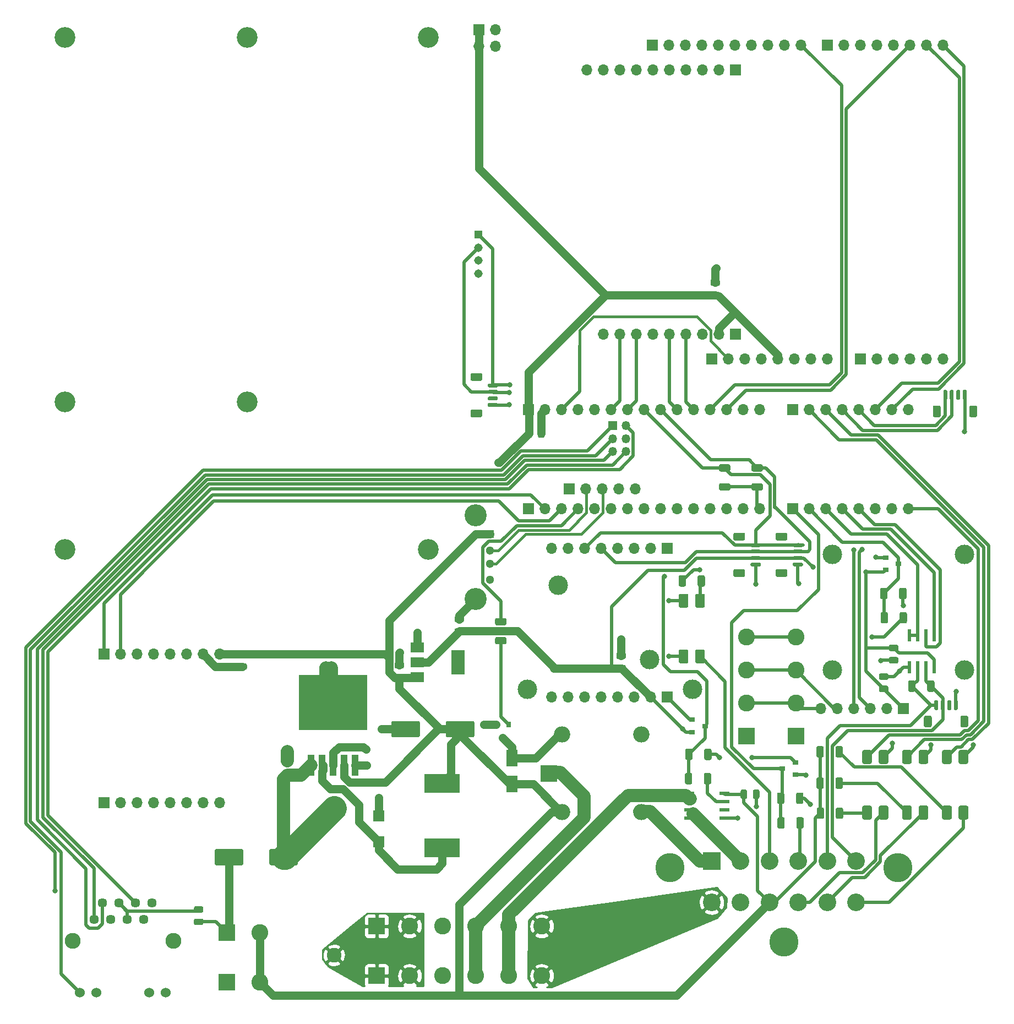
<source format=gbr>
%TF.GenerationSoftware,KiCad,Pcbnew,(5.1.9)-1*%
%TF.CreationDate,2022-03-17T08:19:33-06:00*%
%TF.ProjectId,AS13,41533133-2e6b-4696-9361-645f70636258,rev?*%
%TF.SameCoordinates,Original*%
%TF.FileFunction,Copper,L1,Top*%
%TF.FilePolarity,Positive*%
%FSLAX46Y46*%
G04 Gerber Fmt 4.6, Leading zero omitted, Abs format (unit mm)*
G04 Created by KiCad (PCBNEW (5.1.9)-1) date 2022-03-17 08:19:33*
%MOMM*%
%LPD*%
G01*
G04 APERTURE LIST*
%TA.AperFunction,ComponentPad*%
%ADD10O,1.700000X1.700000*%
%TD*%
%TA.AperFunction,ComponentPad*%
%ADD11R,1.700000X1.700000*%
%TD*%
%TA.AperFunction,ComponentPad*%
%ADD12C,2.445000*%
%TD*%
%TA.AperFunction,ComponentPad*%
%ADD13C,1.530000*%
%TD*%
%TA.AperFunction,ComponentPad*%
%ADD14C,1.446000*%
%TD*%
%TA.AperFunction,SMDPad,CuDef*%
%ADD15R,0.900000X0.800000*%
%TD*%
%TA.AperFunction,ComponentPad*%
%ADD16C,2.999999*%
%TD*%
%TA.AperFunction,ComponentPad*%
%ADD17C,3.000000*%
%TD*%
%TA.AperFunction,ComponentPad*%
%ADD18C,4.485000*%
%TD*%
%TA.AperFunction,ComponentPad*%
%ADD19C,2.715000*%
%TD*%
%TA.AperFunction,ComponentPad*%
%ADD20R,2.715000X2.715000*%
%TD*%
%TA.AperFunction,ComponentPad*%
%ADD21O,2.500000X2.500000*%
%TD*%
%TA.AperFunction,ComponentPad*%
%ADD22R,2.500000X2.500000*%
%TD*%
%TA.AperFunction,ComponentPad*%
%ADD23C,2.600000*%
%TD*%
%TA.AperFunction,ComponentPad*%
%ADD24R,2.600000X2.600000*%
%TD*%
%TA.AperFunction,ComponentPad*%
%ADD25R,2.250000X2.250000*%
%TD*%
%TA.AperFunction,ComponentPad*%
%ADD26C,2.250000*%
%TD*%
%TA.AperFunction,ComponentPad*%
%ADD27C,3.200000*%
%TD*%
%TA.AperFunction,ComponentPad*%
%ADD28C,3.400000*%
%TD*%
%TA.AperFunction,ComponentPad*%
%ADD29C,1.300000*%
%TD*%
%TA.AperFunction,ComponentPad*%
%ADD30R,1.300000X1.300000*%
%TD*%
%TA.AperFunction,SMDPad,CuDef*%
%ADD31R,1.800000X1.800000*%
%TD*%
%TA.AperFunction,SMDPad,CuDef*%
%ADD32R,0.530000X1.980000*%
%TD*%
%TA.AperFunction,SMDPad,CuDef*%
%ADD33R,1.800000X2.500000*%
%TD*%
%TA.AperFunction,SMDPad,CuDef*%
%ADD34R,2.000000X1.500000*%
%TD*%
%TA.AperFunction,SMDPad,CuDef*%
%ADD35R,2.000000X3.800000*%
%TD*%
%TA.AperFunction,SMDPad,CuDef*%
%ADD36R,10.530000X8.460000*%
%TD*%
%TA.AperFunction,SMDPad,CuDef*%
%ADD37R,1.050000X3.210000*%
%TD*%
%TA.AperFunction,SMDPad,CuDef*%
%ADD38R,5.400000X2.900000*%
%TD*%
%TA.AperFunction,SMDPad,CuDef*%
%ADD39R,1.550000X0.600000*%
%TD*%
%TA.AperFunction,ComponentPad*%
%ADD40C,1.308000*%
%TD*%
%TA.AperFunction,ComponentPad*%
%ADD41R,1.308000X1.308000*%
%TD*%
%TA.AperFunction,SMDPad,CuDef*%
%ADD42R,0.800000X0.900000*%
%TD*%
%TA.AperFunction,ComponentPad*%
%ADD43O,1.350000X1.350000*%
%TD*%
%TA.AperFunction,ComponentPad*%
%ADD44R,1.350000X1.350000*%
%TD*%
%TA.AperFunction,ViaPad*%
%ADD45C,0.800000*%
%TD*%
%TA.AperFunction,Conductor*%
%ADD46C,0.508000*%
%TD*%
%TA.AperFunction,Conductor*%
%ADD47C,1.270000*%
%TD*%
%TA.AperFunction,Conductor*%
%ADD48C,2.032000*%
%TD*%
%TA.AperFunction,Conductor*%
%ADD49C,3.810000*%
%TD*%
%TA.AperFunction,Conductor*%
%ADD50C,0.431800*%
%TD*%
%TA.AperFunction,Conductor*%
%ADD51C,0.254000*%
%TD*%
%TA.AperFunction,Conductor*%
%ADD52C,0.100000*%
%TD*%
G04 APERTURE END LIST*
D10*
%TO.P,J12,4*%
%TO.N,GND*%
X96723200Y-31699200D03*
%TO.P,J12,3*%
X96723200Y-29159200D03*
%TO.P,J12,2*%
%TO.N,Net-(C11-Pad1)*%
X94183200Y-31699200D03*
D11*
%TO.P,J12,1*%
X94183200Y-29159200D03*
%TD*%
D12*
%TO.P,J4,MH2*%
%TO.N,GND*%
X47190000Y-169300000D03*
%TO.P,J4,MH1*%
X31700000Y-169300000D03*
D13*
%TO.P,J4,12*%
%TO.N,Net-(J4-Pad12)*%
X46070000Y-177250000D03*
%TO.P,J4,11*%
%TO.N,Net-(J4-Pad11)*%
X43530000Y-177250000D03*
%TO.P,J4,10*%
%TO.N,GND*%
X35360000Y-177250000D03*
%TO.P,J4,9*%
%TO.N,Net-(J4-Pad9)*%
X32820000Y-177250000D03*
D14*
%TO.P,J4,8*%
%TO.N,GND*%
X43890000Y-163460000D03*
%TO.P,J4,7*%
%TO.N,Net-(J4-Pad7)*%
X42620000Y-166000000D03*
%TO.P,J4,6*%
%TO.N,Net-(J4-Pad6)*%
X41350000Y-163460000D03*
%TO.P,J4,5*%
%TO.N,Net-(C2-Pad1)*%
X40080000Y-166000000D03*
%TO.P,J4,4*%
X38810000Y-163460000D03*
%TO.P,J4,3*%
%TO.N,Net-(J4-Pad3)*%
X37540000Y-166000000D03*
%TO.P,J4,2*%
%TO.N,Net-(J4-Pad2)*%
X36270000Y-163460000D03*
%TO.P,J4,1*%
%TO.N,Net-(J4-Pad1)*%
X35000000Y-166000000D03*
%TD*%
%TO.P,R12,2*%
%TO.N,Net-(J13-Pad4)*%
%TA.AperFunction,SMDPad,CuDef*%
G36*
G01*
X98200002Y-120750000D02*
X96949998Y-120750000D01*
G75*
G02*
X96700000Y-120500002I0J249998D01*
G01*
X96700000Y-119874998D01*
G75*
G02*
X96949998Y-119625000I249998J0D01*
G01*
X98200002Y-119625000D01*
G75*
G02*
X98450000Y-119874998I0J-249998D01*
G01*
X98450000Y-120500002D01*
G75*
G02*
X98200002Y-120750000I-249998J0D01*
G01*
G37*
%TD.AperFunction*%
%TO.P,R12,1*%
%TO.N,Net-(Q1-Pad1)*%
%TA.AperFunction,SMDPad,CuDef*%
G36*
G01*
X98200002Y-123675000D02*
X96949998Y-123675000D01*
G75*
G02*
X96700000Y-123425002I0J249998D01*
G01*
X96700000Y-122799998D01*
G75*
G02*
X96949998Y-122550000I249998J0D01*
G01*
X98200002Y-122550000D01*
G75*
G02*
X98450000Y-122799998I0J-249998D01*
G01*
X98450000Y-123425002D01*
G75*
G02*
X98200002Y-123675000I-249998J0D01*
G01*
G37*
%TD.AperFunction*%
%TD*%
%TO.P,R14,2*%
%TO.N,GND*%
%TA.AperFunction,SMDPad,CuDef*%
G36*
G01*
X142987600Y-147970402D02*
X142987600Y-146720398D01*
G75*
G02*
X143237598Y-146470400I249998J0D01*
G01*
X143862602Y-146470400D01*
G75*
G02*
X144112600Y-146720398I0J-249998D01*
G01*
X144112600Y-147970402D01*
G75*
G02*
X143862602Y-148220400I-249998J0D01*
G01*
X143237598Y-148220400D01*
G75*
G02*
X142987600Y-147970402I0J249998D01*
G01*
G37*
%TD.AperFunction*%
%TO.P,R14,1*%
%TO.N,Net-(D6-Pad3)*%
%TA.AperFunction,SMDPad,CuDef*%
G36*
G01*
X140062600Y-147970402D02*
X140062600Y-146720398D01*
G75*
G02*
X140312598Y-146470400I249998J0D01*
G01*
X140937602Y-146470400D01*
G75*
G02*
X141187600Y-146720398I0J-249998D01*
G01*
X141187600Y-147970402D01*
G75*
G02*
X140937602Y-148220400I-249998J0D01*
G01*
X140312598Y-148220400D01*
G75*
G02*
X140062600Y-147970402I0J249998D01*
G01*
G37*
%TD.AperFunction*%
%TD*%
%TO.P,R13,2*%
%TO.N,Net-(J6-Pad4)*%
%TA.AperFunction,SMDPad,CuDef*%
G36*
G01*
X143038400Y-151755002D02*
X143038400Y-150504998D01*
G75*
G02*
X143288398Y-150255000I249998J0D01*
G01*
X143913402Y-150255000D01*
G75*
G02*
X144163400Y-150504998I0J-249998D01*
G01*
X144163400Y-151755002D01*
G75*
G02*
X143913402Y-152005000I-249998J0D01*
G01*
X143288398Y-152005000D01*
G75*
G02*
X143038400Y-151755002I0J249998D01*
G01*
G37*
%TD.AperFunction*%
%TO.P,R13,1*%
%TO.N,Net-(D6-Pad3)*%
%TA.AperFunction,SMDPad,CuDef*%
G36*
G01*
X140113400Y-151755002D02*
X140113400Y-150504998D01*
G75*
G02*
X140363398Y-150255000I249998J0D01*
G01*
X140988402Y-150255000D01*
G75*
G02*
X141238400Y-150504998I0J-249998D01*
G01*
X141238400Y-151755002D01*
G75*
G02*
X140988402Y-152005000I-249998J0D01*
G01*
X140363398Y-152005000D01*
G75*
G02*
X140113400Y-151755002I0J249998D01*
G01*
G37*
%TD.AperFunction*%
%TD*%
%TO.P,R9,2*%
%TO.N,GND*%
%TA.AperFunction,SMDPad,CuDef*%
G36*
G01*
X128865200Y-141214002D02*
X128865200Y-139963998D01*
G75*
G02*
X129115198Y-139714000I249998J0D01*
G01*
X129740202Y-139714000D01*
G75*
G02*
X129990200Y-139963998I0J-249998D01*
G01*
X129990200Y-141214002D01*
G75*
G02*
X129740202Y-141464000I-249998J0D01*
G01*
X129115198Y-141464000D01*
G75*
G02*
X128865200Y-141214002I0J249998D01*
G01*
G37*
%TD.AperFunction*%
%TO.P,R9,1*%
%TO.N,Net-(D1-Pad3)*%
%TA.AperFunction,SMDPad,CuDef*%
G36*
G01*
X125940200Y-141214002D02*
X125940200Y-139963998D01*
G75*
G02*
X126190198Y-139714000I249998J0D01*
G01*
X126815202Y-139714000D01*
G75*
G02*
X127065200Y-139963998I0J-249998D01*
G01*
X127065200Y-141214002D01*
G75*
G02*
X126815202Y-141464000I-249998J0D01*
G01*
X126190198Y-141464000D01*
G75*
G02*
X125940200Y-141214002I0J249998D01*
G01*
G37*
%TD.AperFunction*%
%TD*%
%TO.P,R8,2*%
%TO.N,Net-(R8-Pad2)*%
%TA.AperFunction,SMDPad,CuDef*%
G36*
G01*
X128814400Y-144947802D02*
X128814400Y-143697798D01*
G75*
G02*
X129064398Y-143447800I249998J0D01*
G01*
X129689402Y-143447800D01*
G75*
G02*
X129939400Y-143697798I0J-249998D01*
G01*
X129939400Y-144947802D01*
G75*
G02*
X129689402Y-145197800I-249998J0D01*
G01*
X129064398Y-145197800D01*
G75*
G02*
X128814400Y-144947802I0J249998D01*
G01*
G37*
%TD.AperFunction*%
%TO.P,R8,1*%
%TO.N,Net-(D1-Pad3)*%
%TA.AperFunction,SMDPad,CuDef*%
G36*
G01*
X125889400Y-144947802D02*
X125889400Y-143697798D01*
G75*
G02*
X126139398Y-143447800I249998J0D01*
G01*
X126764402Y-143447800D01*
G75*
G02*
X127014400Y-143697798I0J-249998D01*
G01*
X127014400Y-144947802D01*
G75*
G02*
X126764402Y-145197800I-249998J0D01*
G01*
X126139398Y-145197800D01*
G75*
G02*
X125889400Y-144947802I0J249998D01*
G01*
G37*
%TD.AperFunction*%
%TD*%
%TO.P,R7,2*%
%TO.N,GND*%
%TA.AperFunction,SMDPad,CuDef*%
G36*
G01*
X158837200Y-116474402D02*
X158837200Y-115224398D01*
G75*
G02*
X159087198Y-114974400I249998J0D01*
G01*
X159712202Y-114974400D01*
G75*
G02*
X159962200Y-115224398I0J-249998D01*
G01*
X159962200Y-116474402D01*
G75*
G02*
X159712202Y-116724400I-249998J0D01*
G01*
X159087198Y-116724400D01*
G75*
G02*
X158837200Y-116474402I0J249998D01*
G01*
G37*
%TD.AperFunction*%
%TO.P,R7,1*%
%TO.N,Net-(D2-Pad3)*%
%TA.AperFunction,SMDPad,CuDef*%
G36*
G01*
X155912200Y-116474402D02*
X155912200Y-115224398D01*
G75*
G02*
X156162198Y-114974400I249998J0D01*
G01*
X156787202Y-114974400D01*
G75*
G02*
X157037200Y-115224398I0J-249998D01*
G01*
X157037200Y-116474402D01*
G75*
G02*
X156787202Y-116724400I-249998J0D01*
G01*
X156162198Y-116724400D01*
G75*
G02*
X155912200Y-116474402I0J249998D01*
G01*
G37*
%TD.AperFunction*%
%TD*%
%TO.P,R6,2*%
%TO.N,Net-(KF3-Pad4)*%
%TA.AperFunction,SMDPad,CuDef*%
G36*
G01*
X158913400Y-120208202D02*
X158913400Y-118958198D01*
G75*
G02*
X159163398Y-118708200I249998J0D01*
G01*
X159788402Y-118708200D01*
G75*
G02*
X160038400Y-118958198I0J-249998D01*
G01*
X160038400Y-120208202D01*
G75*
G02*
X159788402Y-120458200I-249998J0D01*
G01*
X159163398Y-120458200D01*
G75*
G02*
X158913400Y-120208202I0J249998D01*
G01*
G37*
%TD.AperFunction*%
%TO.P,R6,1*%
%TO.N,Net-(D2-Pad3)*%
%TA.AperFunction,SMDPad,CuDef*%
G36*
G01*
X155988400Y-120208202D02*
X155988400Y-118958198D01*
G75*
G02*
X156238398Y-118708200I249998J0D01*
G01*
X156863402Y-118708200D01*
G75*
G02*
X157113400Y-118958198I0J-249998D01*
G01*
X157113400Y-120208202D01*
G75*
G02*
X156863402Y-120458200I-249998J0D01*
G01*
X156238398Y-120458200D01*
G75*
G02*
X155988400Y-120208202I0J249998D01*
G01*
G37*
%TD.AperFunction*%
%TD*%
D15*
%TO.P,D6,3*%
%TO.N,Net-(D6-Pad3)*%
X140884400Y-142798800D03*
%TO.P,D6,2*%
%TO.N,Net-(C1-Pad1)*%
X142884400Y-141848800D03*
%TO.P,D6,1*%
%TO.N,GND*%
X142884400Y-143748800D03*
%TD*%
%TO.P,D2,3*%
%TO.N,Net-(D2-Pad3)*%
X158759400Y-111277400D03*
%TO.P,D2,2*%
%TO.N,Net-(C1-Pad1)*%
X156759400Y-112227400D03*
%TO.P,D2,1*%
%TO.N,GND*%
X156759400Y-110327400D03*
%TD*%
%TO.P,D1,3*%
%TO.N,Net-(D1-Pad3)*%
X128990600Y-136220200D03*
%TO.P,D1,2*%
%TO.N,Net-(C1-Pad1)*%
X126990600Y-137170200D03*
%TO.P,D1,1*%
%TO.N,GND*%
X126990600Y-135270200D03*
%TD*%
D16*
%TO.P,REF\u002A\u002A,4*%
%TO.N,N/C*%
X168859200Y-109819200D03*
%TO.P,REF\u002A\u002A,3*%
X168859200Y-127599200D03*
%TO.P,REF\u002A\u002A,2*%
X148539200Y-127599200D03*
%TO.P,REF\u002A\u002A,1*%
X148539200Y-109819200D03*
%TD*%
D17*
%TO.P,M1,2*%
%TO.N,N/C*%
X120425000Y-126050000D03*
%TO.P,M1,1*%
X106425000Y-114550000D03*
%TD*%
%TO.P,REF\u002A\u002A,*%
%TO.N,*%
X101660000Y-130560000D03*
X127060000Y-130560000D03*
%TD*%
D18*
%TO.P,J6,MH3*%
%TO.N,Net-(J6-PadMH3)*%
X158655000Y-158020000D03*
%TO.P,J6,MH2*%
%TO.N,Net-(J6-PadMH2)*%
X141115000Y-169450000D03*
%TO.P,J6,MH1*%
%TO.N,Net-(J6-PadMH1)*%
X123575000Y-158020000D03*
D19*
%TO.P,J6,12*%
%TO.N,Net-(J6-Pad12)*%
X130000000Y-163350000D03*
%TO.P,J6,11*%
%TO.N,GND*%
X134445000Y-163350000D03*
%TO.P,J6,10*%
%TO.N,Net-(C11-Pad1)*%
X138890000Y-163350000D03*
%TO.P,J6,9*%
%TO.N,Net-(J6-Pad9)*%
X143340000Y-163350000D03*
%TO.P,J6,8*%
%TO.N,Net-(J6-Pad8)*%
X147785000Y-163350000D03*
%TO.P,J6,7*%
%TO.N,Net-(J6-Pad7)*%
X152230000Y-163350000D03*
%TO.P,J6,6*%
%TO.N,Net-(J2-Pad3)*%
X152230000Y-157000000D03*
%TO.P,J6,5*%
%TO.N,Net-(J2-Pad4)*%
X147785000Y-157000000D03*
%TO.P,J6,4*%
%TO.N,Net-(J6-Pad4)*%
X143340000Y-157000000D03*
%TO.P,J6,3*%
%TO.N,Net-(J6-Pad3)*%
X138890000Y-157000000D03*
%TO.P,J6,2*%
%TO.N,Net-(J6-Pad2)*%
X134445000Y-157000000D03*
D20*
%TO.P,J6,1*%
%TO.N,Net-(J6-Pad1)*%
X130000000Y-157000000D03*
%TD*%
D21*
%TO.P,K1,2*%
%TO.N,Net-(D5-Pad2)*%
X107000800Y-137501200D03*
%TO.P,K1,4*%
%TO.N,Net-(K1-Pad4)*%
X119200800Y-137501200D03*
%TO.P,K1,5*%
%TO.N,Net-(J6-Pad1)*%
X119200800Y-149501200D03*
%TO.P,K1,1*%
%TO.N,Net-(C11-Pad1)*%
X107000800Y-149501200D03*
D22*
%TO.P,K1,3*%
%TO.N,Net-(K1-Pad3)*%
X105000800Y-143501200D03*
%TD*%
D23*
%TO.P,KF3,4*%
%TO.N,Net-(KF3-Pad4)*%
X135330000Y-122530000D03*
X142950000Y-122530000D03*
%TO.P,KF3,3*%
%TO.N,Net-(J5-Pad5)*%
X135330000Y-127610000D03*
X142950000Y-127610000D03*
%TO.P,KF3,2*%
%TO.N,Net-(J5-Pad6)*%
X135330000Y-132690000D03*
X142950000Y-132690000D03*
D24*
%TO.P,KF3,1*%
%TO.N,GND*%
X135330000Y-137770000D03*
X142950000Y-137770000D03*
%TD*%
%TO.P,R3,2*%
%TO.N,Net-(R3-Pad2)*%
%TA.AperFunction,SMDPad,CuDef*%
G36*
G01*
X149041600Y-140823402D02*
X149041600Y-139573398D01*
G75*
G02*
X149291598Y-139323400I249998J0D01*
G01*
X149916602Y-139323400D01*
G75*
G02*
X150166600Y-139573398I0J-249998D01*
G01*
X150166600Y-140823402D01*
G75*
G02*
X149916602Y-141073400I-249998J0D01*
G01*
X149291598Y-141073400D01*
G75*
G02*
X149041600Y-140823402I0J249998D01*
G01*
G37*
%TD.AperFunction*%
%TO.P,R3,1*%
%TO.N,Net-(C11-Pad1)*%
%TA.AperFunction,SMDPad,CuDef*%
G36*
G01*
X146116600Y-140823402D02*
X146116600Y-139573398D01*
G75*
G02*
X146366598Y-139323400I249998J0D01*
G01*
X146991602Y-139323400D01*
G75*
G02*
X147241600Y-139573398I0J-249998D01*
G01*
X147241600Y-140823402D01*
G75*
G02*
X146991602Y-141073400I-249998J0D01*
G01*
X146366598Y-141073400D01*
G75*
G02*
X146116600Y-140823402I0J249998D01*
G01*
G37*
%TD.AperFunction*%
%TD*%
%TO.P,R2,2*%
%TO.N,Net-(R2-Pad2)*%
%TA.AperFunction,SMDPad,CuDef*%
G36*
G01*
X149041600Y-145649402D02*
X149041600Y-144399398D01*
G75*
G02*
X149291598Y-144149400I249998J0D01*
G01*
X149916602Y-144149400D01*
G75*
G02*
X150166600Y-144399398I0J-249998D01*
G01*
X150166600Y-145649402D01*
G75*
G02*
X149916602Y-145899400I-249998J0D01*
G01*
X149291598Y-145899400D01*
G75*
G02*
X149041600Y-145649402I0J249998D01*
G01*
G37*
%TD.AperFunction*%
%TO.P,R2,1*%
%TO.N,Net-(C11-Pad1)*%
%TA.AperFunction,SMDPad,CuDef*%
G36*
G01*
X146116600Y-145649402D02*
X146116600Y-144399398D01*
G75*
G02*
X146366598Y-144149400I249998J0D01*
G01*
X146991602Y-144149400D01*
G75*
G02*
X147241600Y-144399398I0J-249998D01*
G01*
X147241600Y-145649402D01*
G75*
G02*
X146991602Y-145899400I-249998J0D01*
G01*
X146366598Y-145899400D01*
G75*
G02*
X146116600Y-145649402I0J249998D01*
G01*
G37*
%TD.AperFunction*%
%TD*%
%TO.P,R1,2*%
%TO.N,Net-(R1-Pad2)*%
%TA.AperFunction,SMDPad,CuDef*%
G36*
G01*
X149092400Y-150272202D02*
X149092400Y-149022198D01*
G75*
G02*
X149342398Y-148772200I249998J0D01*
G01*
X149967402Y-148772200D01*
G75*
G02*
X150217400Y-149022198I0J-249998D01*
G01*
X150217400Y-150272202D01*
G75*
G02*
X149967402Y-150522200I-249998J0D01*
G01*
X149342398Y-150522200D01*
G75*
G02*
X149092400Y-150272202I0J249998D01*
G01*
G37*
%TD.AperFunction*%
%TO.P,R1,1*%
%TO.N,Net-(C11-Pad1)*%
%TA.AperFunction,SMDPad,CuDef*%
G36*
G01*
X146167400Y-150272202D02*
X146167400Y-149022198D01*
G75*
G02*
X146417398Y-148772200I249998J0D01*
G01*
X147042402Y-148772200D01*
G75*
G02*
X147292400Y-149022198I0J-249998D01*
G01*
X147292400Y-150272202D01*
G75*
G02*
X147042402Y-150522200I-249998J0D01*
G01*
X146417398Y-150522200D01*
G75*
G02*
X146167400Y-150272202I0J249998D01*
G01*
G37*
%TD.AperFunction*%
%TD*%
D25*
%TO.P,D4,1*%
%TO.N,Net-(C8-Pad1)*%
X71925000Y-148875000D03*
D26*
%TO.P,D4,2*%
%TO.N,Net-(D4-Pad2)*%
X71925000Y-171475000D03*
%TD*%
%TO.P,R11,2*%
%TO.N,Net-(J13-Pad15)*%
%TA.AperFunction,SMDPad,CuDef*%
G36*
G01*
X131374997Y-98900000D02*
X132625003Y-98900000D01*
G75*
G02*
X132875000Y-99149997I0J-249997D01*
G01*
X132875000Y-99775003D01*
G75*
G02*
X132625003Y-100025000I-249997J0D01*
G01*
X131374997Y-100025000D01*
G75*
G02*
X131125000Y-99775003I0J249997D01*
G01*
X131125000Y-99149997D01*
G75*
G02*
X131374997Y-98900000I249997J0D01*
G01*
G37*
%TD.AperFunction*%
%TO.P,R11,1*%
%TO.N,Net-(J10-Pad4)*%
%TA.AperFunction,SMDPad,CuDef*%
G36*
G01*
X131374997Y-95975000D02*
X132625003Y-95975000D01*
G75*
G02*
X132875000Y-96224997I0J-249997D01*
G01*
X132875000Y-96850003D01*
G75*
G02*
X132625003Y-97100000I-249997J0D01*
G01*
X131374997Y-97100000D01*
G75*
G02*
X131125000Y-96850003I0J249997D01*
G01*
X131125000Y-96224997D01*
G75*
G02*
X131374997Y-95975000I249997J0D01*
G01*
G37*
%TD.AperFunction*%
%TD*%
%TO.P,R10,2*%
%TO.N,Net-(J13-Pad15)*%
%TA.AperFunction,SMDPad,CuDef*%
G36*
G01*
X136374997Y-98900000D02*
X137625003Y-98900000D01*
G75*
G02*
X137875000Y-99149997I0J-249997D01*
G01*
X137875000Y-99775003D01*
G75*
G02*
X137625003Y-100025000I-249997J0D01*
G01*
X136374997Y-100025000D01*
G75*
G02*
X136125000Y-99775003I0J249997D01*
G01*
X136125000Y-99149997D01*
G75*
G02*
X136374997Y-98900000I249997J0D01*
G01*
G37*
%TD.AperFunction*%
%TO.P,R10,1*%
%TO.N,Net-(J10-Pad3)*%
%TA.AperFunction,SMDPad,CuDef*%
G36*
G01*
X136374997Y-95975000D02*
X137625003Y-95975000D01*
G75*
G02*
X137875000Y-96224997I0J-249997D01*
G01*
X137875000Y-96850003D01*
G75*
G02*
X137625003Y-97100000I-249997J0D01*
G01*
X136374997Y-97100000D01*
G75*
G02*
X136125000Y-96850003I0J249997D01*
G01*
X136125000Y-96224997D01*
G75*
G02*
X136374997Y-95975000I249997J0D01*
G01*
G37*
%TD.AperFunction*%
%TD*%
%TO.P,C2,2*%
%TO.N,GND*%
%TA.AperFunction,SMDPad,CuDef*%
G36*
G01*
X50625000Y-165850000D02*
X51575000Y-165850000D01*
G75*
G02*
X51825000Y-166100000I0J-250000D01*
G01*
X51825000Y-166600000D01*
G75*
G02*
X51575000Y-166850000I-250000J0D01*
G01*
X50625000Y-166850000D01*
G75*
G02*
X50375000Y-166600000I0J250000D01*
G01*
X50375000Y-166100000D01*
G75*
G02*
X50625000Y-165850000I250000J0D01*
G01*
G37*
%TD.AperFunction*%
%TO.P,C2,1*%
%TO.N,Net-(C2-Pad1)*%
%TA.AperFunction,SMDPad,CuDef*%
G36*
G01*
X50625000Y-163950000D02*
X51575000Y-163950000D01*
G75*
G02*
X51825000Y-164200000I0J-250000D01*
G01*
X51825000Y-164700000D01*
G75*
G02*
X51575000Y-164950000I-250000J0D01*
G01*
X50625000Y-164950000D01*
G75*
G02*
X50375000Y-164700000I0J250000D01*
G01*
X50375000Y-164200000D01*
G75*
G02*
X50625000Y-163950000I250000J0D01*
G01*
G37*
%TD.AperFunction*%
%TD*%
%TO.P,J2,MP*%
%TO.N,N/C*%
%TA.AperFunction,SMDPad,CuDef*%
G36*
G01*
X163852500Y-134892899D02*
X163852500Y-136192901D01*
G75*
G02*
X163602501Y-136442900I-249999J0D01*
G01*
X162902499Y-136442900D01*
G75*
G02*
X162652500Y-136192901I0J249999D01*
G01*
X162652500Y-134892899D01*
G75*
G02*
X162902499Y-134642900I249999J0D01*
G01*
X163602501Y-134642900D01*
G75*
G02*
X163852500Y-134892899I0J-249999D01*
G01*
G37*
%TD.AperFunction*%
%TA.AperFunction,SMDPad,CuDef*%
G36*
G01*
X169452500Y-134892899D02*
X169452500Y-136192901D01*
G75*
G02*
X169202501Y-136442900I-249999J0D01*
G01*
X168502499Y-136442900D01*
G75*
G02*
X168252500Y-136192901I0J249999D01*
G01*
X168252500Y-134892899D01*
G75*
G02*
X168502499Y-134642900I249999J0D01*
G01*
X169202501Y-134642900D01*
G75*
G02*
X169452500Y-134892899I0J-249999D01*
G01*
G37*
%TD.AperFunction*%
%TO.P,J2,4*%
%TO.N,Net-(J2-Pad4)*%
%TA.AperFunction,SMDPad,CuDef*%
G36*
G01*
X164852500Y-132392900D02*
X164852500Y-133642900D01*
G75*
G02*
X164702500Y-133792900I-150000J0D01*
G01*
X164402500Y-133792900D01*
G75*
G02*
X164252500Y-133642900I0J150000D01*
G01*
X164252500Y-132392900D01*
G75*
G02*
X164402500Y-132242900I150000J0D01*
G01*
X164702500Y-132242900D01*
G75*
G02*
X164852500Y-132392900I0J-150000D01*
G01*
G37*
%TD.AperFunction*%
%TO.P,J2,3*%
%TO.N,Net-(J2-Pad3)*%
%TA.AperFunction,SMDPad,CuDef*%
G36*
G01*
X165852500Y-132392900D02*
X165852500Y-133642900D01*
G75*
G02*
X165702500Y-133792900I-150000J0D01*
G01*
X165402500Y-133792900D01*
G75*
G02*
X165252500Y-133642900I0J150000D01*
G01*
X165252500Y-132392900D01*
G75*
G02*
X165402500Y-132242900I150000J0D01*
G01*
X165702500Y-132242900D01*
G75*
G02*
X165852500Y-132392900I0J-150000D01*
G01*
G37*
%TD.AperFunction*%
%TO.P,J2,2*%
%TO.N,Net-(J2-Pad2)*%
%TA.AperFunction,SMDPad,CuDef*%
G36*
G01*
X166852500Y-132392900D02*
X166852500Y-133642900D01*
G75*
G02*
X166702500Y-133792900I-150000J0D01*
G01*
X166402500Y-133792900D01*
G75*
G02*
X166252500Y-133642900I0J150000D01*
G01*
X166252500Y-132392900D01*
G75*
G02*
X166402500Y-132242900I150000J0D01*
G01*
X166702500Y-132242900D01*
G75*
G02*
X166852500Y-132392900I0J-150000D01*
G01*
G37*
%TD.AperFunction*%
%TO.P,J2,1*%
%TO.N,GND*%
%TA.AperFunction,SMDPad,CuDef*%
G36*
G01*
X167852500Y-132392900D02*
X167852500Y-133642900D01*
G75*
G02*
X167702500Y-133792900I-150000J0D01*
G01*
X167402500Y-133792900D01*
G75*
G02*
X167252500Y-133642900I0J150000D01*
G01*
X167252500Y-132392900D01*
G75*
G02*
X167402500Y-132242900I150000J0D01*
G01*
X167702500Y-132242900D01*
G75*
G02*
X167852500Y-132392900I0J-150000D01*
G01*
G37*
%TD.AperFunction*%
%TD*%
D27*
%TO.P,REF\u002A\u002A,8*%
%TO.N,N/C*%
X58560000Y-30380000D03*
X58560000Y-86380000D03*
X30560000Y-86380000D03*
X30560000Y-30380000D03*
X86440000Y-30380000D03*
X86440000Y-109120000D03*
X30560000Y-109120000D03*
%TD*%
D10*
%TO.P,J5,6*%
%TO.N,Net-(J5-Pad6)*%
X146761200Y-133517400D03*
%TO.P,J5,5*%
%TO.N,Net-(J5-Pad5)*%
X149301200Y-133517400D03*
%TO.P,J5,4*%
%TO.N,Net-(J14-Pad6)*%
X151841200Y-133517400D03*
%TO.P,J5,3*%
%TO.N,Net-(J14-Pad7)*%
X154381200Y-133517400D03*
%TO.P,J5,2*%
%TO.N,GND*%
X156921200Y-133517400D03*
D11*
%TO.P,J5,1*%
%TO.N,Net-(C1-Pad1)*%
X159461200Y-133517400D03*
%TD*%
%TO.P,C5,2*%
%TO.N,GND*%
%TA.AperFunction,SMDPad,CuDef*%
G36*
G01*
X156939000Y-129130400D02*
X155989000Y-129130400D01*
G75*
G02*
X155739000Y-128880400I0J250000D01*
G01*
X155739000Y-128380400D01*
G75*
G02*
X155989000Y-128130400I250000J0D01*
G01*
X156939000Y-128130400D01*
G75*
G02*
X157189000Y-128380400I0J-250000D01*
G01*
X157189000Y-128880400D01*
G75*
G02*
X156939000Y-129130400I-250000J0D01*
G01*
G37*
%TD.AperFunction*%
%TO.P,C5,1*%
%TO.N,Net-(C1-Pad1)*%
%TA.AperFunction,SMDPad,CuDef*%
G36*
G01*
X156939000Y-131030400D02*
X155989000Y-131030400D01*
G75*
G02*
X155739000Y-130780400I0J250000D01*
G01*
X155739000Y-130280400D01*
G75*
G02*
X155989000Y-130030400I250000J0D01*
G01*
X156939000Y-130030400D01*
G75*
G02*
X157189000Y-130280400I0J-250000D01*
G01*
X157189000Y-130780400D01*
G75*
G02*
X156939000Y-131030400I-250000J0D01*
G01*
G37*
%TD.AperFunction*%
%TD*%
D28*
%TO.P,J1,6*%
%TO.N,GND*%
X93735800Y-116670800D03*
%TO.P,J1,5*%
X93735800Y-103820800D03*
D29*
%TO.P,J1,4*%
X95935800Y-113745800D03*
%TO.P,J1,3*%
%TO.N,Net-(J1-Pad3)*%
X95935800Y-111245800D03*
%TO.P,J1,2*%
%TO.N,Net-(J1-Pad2)*%
X95935800Y-109245800D03*
D30*
%TO.P,J1,1*%
%TO.N,Net-(C11-Pad1)*%
X95935800Y-106745800D03*
%TD*%
D23*
%TO.P,KF1,2*%
%TO.N,Net-(C11-Pad1)*%
X60482200Y-168034600D03*
X60482200Y-175654600D03*
D24*
%TO.P,KF1,1*%
%TO.N,GND*%
X55402200Y-168034600D03*
X55402200Y-175654600D03*
%TD*%
D10*
%TO.P,J18,8*%
%TO.N,Net-(J18-Pad8)*%
X160248600Y-87594200D03*
%TO.P,J18,7*%
%TO.N,Net-(J18-Pad7)*%
X157708600Y-87594200D03*
%TO.P,J18,6*%
%TO.N,Net-(J18-Pad6)*%
X155168600Y-87594200D03*
%TO.P,J18,5*%
%TO.N,Net-(J18-Pad5)*%
X152628600Y-87594200D03*
%TO.P,J18,4*%
%TO.N,Net-(J18-Pad4)*%
X150088600Y-87594200D03*
%TO.P,J18,3*%
%TO.N,Net-(J18-Pad3)*%
X147548600Y-87594200D03*
%TO.P,J18,2*%
%TO.N,Net-(J18-Pad2)*%
X145008600Y-87594200D03*
D11*
%TO.P,J18,1*%
%TO.N,Net-(J18-Pad1)*%
X142468600Y-87594200D03*
%TD*%
D10*
%TO.P,J3,5*%
%TO.N,GND*%
X118287800Y-99783400D03*
%TO.P,J3,4*%
X115747800Y-99783400D03*
%TO.P,J3,3*%
%TO.N,Net-(J1-Pad3)*%
X113207800Y-99783400D03*
%TO.P,J3,2*%
%TO.N,Net-(J1-Pad2)*%
X110667800Y-99783400D03*
D11*
%TO.P,J3,1*%
%TO.N,Net-(J3-Pad1)*%
X108127800Y-99783400D03*
%TD*%
D31*
%TO.P,D3,2*%
%TO.N,GND*%
X78779000Y-150055200D03*
%TO.P,D3,1*%
%TO.N,Net-(D3-Pad1)*%
X78779000Y-154055200D03*
%TD*%
D32*
%TO.P,U1,8*%
%TO.N,Net-(C1-Pad1)*%
X164235160Y-127227420D03*
%TO.P,U1,7*%
%TO.N,Net-(J2-Pad3)*%
X162965160Y-127227420D03*
%TO.P,U1,6*%
%TO.N,Net-(J2-Pad4)*%
X161695160Y-127227420D03*
%TO.P,U1,5*%
%TO.N,GND*%
X160425160Y-127227420D03*
%TO.P,U1,4*%
%TO.N,Net-(J14-Pad3)*%
X160425160Y-122297420D03*
%TO.P,U1,3*%
X161695160Y-122297420D03*
%TO.P,U1,2*%
%TO.N,Net-(J14-Pad5)*%
X162965160Y-122297420D03*
%TO.P,U1,1*%
%TO.N,Net-(J14-Pad4)*%
X164235160Y-122297420D03*
%TD*%
%TO.P,C6,2*%
%TO.N,GND*%
%TA.AperFunction,SMDPad,CuDef*%
G36*
G01*
X82440800Y-127377800D02*
X81490800Y-127377800D01*
G75*
G02*
X81240800Y-127127800I0J250000D01*
G01*
X81240800Y-126627800D01*
G75*
G02*
X81490800Y-126377800I250000J0D01*
G01*
X82440800Y-126377800D01*
G75*
G02*
X82690800Y-126627800I0J-250000D01*
G01*
X82690800Y-127127800D01*
G75*
G02*
X82440800Y-127377800I-250000J0D01*
G01*
G37*
%TD.AperFunction*%
%TO.P,C6,1*%
%TO.N,Net-(C11-Pad1)*%
%TA.AperFunction,SMDPad,CuDef*%
G36*
G01*
X82440800Y-129277800D02*
X81490800Y-129277800D01*
G75*
G02*
X81240800Y-129027800I0J250000D01*
G01*
X81240800Y-128527800D01*
G75*
G02*
X81490800Y-128277800I250000J0D01*
G01*
X82440800Y-128277800D01*
G75*
G02*
X82690800Y-128527800I0J-250000D01*
G01*
X82690800Y-129027800D01*
G75*
G02*
X82440800Y-129277800I-250000J0D01*
G01*
G37*
%TD.AperFunction*%
%TD*%
D33*
%TO.P,D5,2*%
%TO.N,Net-(D5-Pad2)*%
X99260660Y-141184640D03*
%TO.P,D5,1*%
%TO.N,Net-(C11-Pad1)*%
X99260660Y-145184640D03*
%TD*%
D34*
%TO.P,IC1,1*%
%TO.N,GND*%
X84708600Y-124130800D03*
%TO.P,IC1,3*%
%TO.N,Net-(C11-Pad1)*%
X84708600Y-128730800D03*
%TO.P,IC1,2*%
%TO.N,Net-(C1-Pad1)*%
X84708600Y-126430800D03*
D35*
%TO.P,IC1,4*%
%TO.N,Net-(IC1-Pad4)*%
X91008600Y-126430800D03*
%TD*%
D36*
%TO.P,IC2,6*%
%TO.N,GND*%
X71800000Y-132625000D03*
D37*
%TO.P,IC2,5*%
X75200000Y-142255000D03*
%TO.P,IC2,4*%
%TO.N,Net-(C11-Pad1)*%
X73500000Y-142255000D03*
%TO.P,IC2,3*%
%TO.N,GND*%
X71800000Y-142255000D03*
%TO.P,IC2,2*%
%TO.N,Net-(D3-Pad1)*%
X70100000Y-142255000D03*
%TO.P,IC2,1*%
%TO.N,Net-(C8-Pad1)*%
X68400000Y-142255000D03*
%TD*%
%TO.P,C8,2*%
%TO.N,GND*%
%TA.AperFunction,SMDPad,CuDef*%
G36*
G01*
X65200000Y-142400000D02*
X64250000Y-142400000D01*
G75*
G02*
X64000000Y-142150000I0J250000D01*
G01*
X64000000Y-141650000D01*
G75*
G02*
X64250000Y-141400000I250000J0D01*
G01*
X65200000Y-141400000D01*
G75*
G02*
X65450000Y-141650000I0J-250000D01*
G01*
X65450000Y-142150000D01*
G75*
G02*
X65200000Y-142400000I-250000J0D01*
G01*
G37*
%TD.AperFunction*%
%TO.P,C8,1*%
%TO.N,Net-(C8-Pad1)*%
%TA.AperFunction,SMDPad,CuDef*%
G36*
G01*
X65200000Y-144300000D02*
X64250000Y-144300000D01*
G75*
G02*
X64000000Y-144050000I0J250000D01*
G01*
X64000000Y-143550000D01*
G75*
G02*
X64250000Y-143300000I250000J0D01*
G01*
X65200000Y-143300000D01*
G75*
G02*
X65450000Y-143550000I0J-250000D01*
G01*
X65450000Y-144050000D01*
G75*
G02*
X65200000Y-144300000I-250000J0D01*
G01*
G37*
%TD.AperFunction*%
%TD*%
D38*
%TO.P,L1,2*%
%TO.N,Net-(C11-Pad1)*%
X88544400Y-145026600D03*
%TO.P,L1,1*%
%TO.N,Net-(D3-Pad1)*%
X88544400Y-154926600D03*
%TD*%
%TO.P,C11,2*%
%TO.N,GND*%
%TA.AperFunction,SMDPad,CuDef*%
G36*
G01*
X85122000Y-135717800D02*
X85122000Y-137717800D01*
G75*
G02*
X84872000Y-137967800I-250000J0D01*
G01*
X80972000Y-137967800D01*
G75*
G02*
X80722000Y-137717800I0J250000D01*
G01*
X80722000Y-135717800D01*
G75*
G02*
X80972000Y-135467800I250000J0D01*
G01*
X84872000Y-135467800D01*
G75*
G02*
X85122000Y-135717800I0J-250000D01*
G01*
G37*
%TD.AperFunction*%
%TO.P,C11,1*%
%TO.N,Net-(C11-Pad1)*%
%TA.AperFunction,SMDPad,CuDef*%
G36*
G01*
X93522000Y-135717800D02*
X93522000Y-137717800D01*
G75*
G02*
X93272000Y-137967800I-250000J0D01*
G01*
X89372000Y-137967800D01*
G75*
G02*
X89122000Y-137717800I0J250000D01*
G01*
X89122000Y-135717800D01*
G75*
G02*
X89372000Y-135467800I250000J0D01*
G01*
X93272000Y-135467800D01*
G75*
G02*
X93522000Y-135717800I0J-250000D01*
G01*
G37*
%TD.AperFunction*%
%TD*%
%TO.P,C9,2*%
%TO.N,GND*%
%TA.AperFunction,SMDPad,CuDef*%
G36*
G01*
X57969400Y-155402800D02*
X57969400Y-157402800D01*
G75*
G02*
X57719400Y-157652800I-250000J0D01*
G01*
X53819400Y-157652800D01*
G75*
G02*
X53569400Y-157402800I0J250000D01*
G01*
X53569400Y-155402800D01*
G75*
G02*
X53819400Y-155152800I250000J0D01*
G01*
X57719400Y-155152800D01*
G75*
G02*
X57969400Y-155402800I0J-250000D01*
G01*
G37*
%TD.AperFunction*%
%TO.P,C9,1*%
%TO.N,Net-(C8-Pad1)*%
%TA.AperFunction,SMDPad,CuDef*%
G36*
G01*
X66369400Y-155402800D02*
X66369400Y-157402800D01*
G75*
G02*
X66119400Y-157652800I-250000J0D01*
G01*
X62219400Y-157652800D01*
G75*
G02*
X61969400Y-157402800I0J250000D01*
G01*
X61969400Y-155402800D01*
G75*
G02*
X62219400Y-155152800I250000J0D01*
G01*
X66119400Y-155152800D01*
G75*
G02*
X66369400Y-155402800I0J-250000D01*
G01*
G37*
%TD.AperFunction*%
%TD*%
%TO.P,R4,2*%
%TO.N,Net-(R4-Pad2)*%
%TA.AperFunction,SMDPad,CuDef*%
G36*
G01*
X127850000Y-114550003D02*
X127850000Y-113299997D01*
G75*
G02*
X128099997Y-113050000I249997J0D01*
G01*
X128725003Y-113050000D01*
G75*
G02*
X128975000Y-113299997I0J-249997D01*
G01*
X128975000Y-114550003D01*
G75*
G02*
X128725003Y-114800000I-249997J0D01*
G01*
X128099997Y-114800000D01*
G75*
G02*
X127850000Y-114550003I0J249997D01*
G01*
G37*
%TD.AperFunction*%
%TO.P,R4,1*%
%TO.N,Net-(J13-Pad13)*%
%TA.AperFunction,SMDPad,CuDef*%
G36*
G01*
X124925000Y-114550003D02*
X124925000Y-113299997D01*
G75*
G02*
X125174997Y-113050000I249997J0D01*
G01*
X125800003Y-113050000D01*
G75*
G02*
X126050000Y-113299997I0J-249997D01*
G01*
X126050000Y-114550003D01*
G75*
G02*
X125800003Y-114800000I-249997J0D01*
G01*
X125174997Y-114800000D01*
G75*
G02*
X124925000Y-114550003I0J249997D01*
G01*
G37*
%TD.AperFunction*%
%TD*%
%TO.P,R5,2*%
%TO.N,Net-(J2-Pad4)*%
%TA.AperFunction,SMDPad,CuDef*%
G36*
G01*
X161355200Y-129473557D02*
X161355200Y-130723563D01*
G75*
G02*
X161105203Y-130973560I-249997J0D01*
G01*
X160480197Y-130973560D01*
G75*
G02*
X160230200Y-130723563I0J249997D01*
G01*
X160230200Y-129473557D01*
G75*
G02*
X160480197Y-129223560I249997J0D01*
G01*
X161105203Y-129223560D01*
G75*
G02*
X161355200Y-129473557I0J-249997D01*
G01*
G37*
%TD.AperFunction*%
%TO.P,R5,1*%
%TO.N,Net-(J2-Pad3)*%
%TA.AperFunction,SMDPad,CuDef*%
G36*
G01*
X164280200Y-129473557D02*
X164280200Y-130723563D01*
G75*
G02*
X164030203Y-130973560I-249997J0D01*
G01*
X163405197Y-130973560D01*
G75*
G02*
X163155200Y-130723563I0J249997D01*
G01*
X163155200Y-129473557D01*
G75*
G02*
X163405197Y-129223560I249997J0D01*
G01*
X164030203Y-129223560D01*
G75*
G02*
X164280200Y-129473557I0J-249997D01*
G01*
G37*
%TD.AperFunction*%
%TD*%
%TO.P,U5,4*%
%TO.N,Net-(J6-Pad3)*%
%TA.AperFunction,SMDPad,CuDef*%
G36*
G01*
X127746400Y-124455000D02*
X128693600Y-124455000D01*
G75*
G02*
X128960000Y-124721400I0J-266400D01*
G01*
X128960000Y-126338600D01*
G75*
G02*
X128693600Y-126605000I-266400J0D01*
G01*
X127746400Y-126605000D01*
G75*
G02*
X127480000Y-126338600I0J266400D01*
G01*
X127480000Y-124721400D01*
G75*
G02*
X127746400Y-124455000I266400J0D01*
G01*
G37*
%TD.AperFunction*%
%TO.P,U5,3*%
%TO.N,GND*%
%TA.AperFunction,SMDPad,CuDef*%
G36*
G01*
X125206400Y-124455000D02*
X126153600Y-124455000D01*
G75*
G02*
X126420000Y-124721400I0J-266400D01*
G01*
X126420000Y-126338600D01*
G75*
G02*
X126153600Y-126605000I-266400J0D01*
G01*
X125206400Y-126605000D01*
G75*
G02*
X124940000Y-126338600I0J266400D01*
G01*
X124940000Y-124721400D01*
G75*
G02*
X125206400Y-124455000I266400J0D01*
G01*
G37*
%TD.AperFunction*%
%TO.P,U5,2*%
%TA.AperFunction,SMDPad,CuDef*%
G36*
G01*
X125206400Y-115895000D02*
X126153600Y-115895000D01*
G75*
G02*
X126420000Y-116161400I0J-266400D01*
G01*
X126420000Y-117778600D01*
G75*
G02*
X126153600Y-118045000I-266400J0D01*
G01*
X125206400Y-118045000D01*
G75*
G02*
X124940000Y-117778600I0J266400D01*
G01*
X124940000Y-116161400D01*
G75*
G02*
X125206400Y-115895000I266400J0D01*
G01*
G37*
%TD.AperFunction*%
%TO.P,U5,1*%
%TO.N,Net-(R4-Pad2)*%
%TA.AperFunction,SMDPad,CuDef*%
G36*
G01*
X127746400Y-115895000D02*
X128693600Y-115895000D01*
G75*
G02*
X128960000Y-116161400I0J-266400D01*
G01*
X128960000Y-117778600D01*
G75*
G02*
X128693600Y-118045000I-266400J0D01*
G01*
X127746400Y-118045000D01*
G75*
G02*
X127480000Y-117778600I0J266400D01*
G01*
X127480000Y-116161400D01*
G75*
G02*
X127746400Y-115895000I266400J0D01*
G01*
G37*
%TD.AperFunction*%
%TD*%
%TO.P,C4,2*%
%TO.N,GND*%
%TA.AperFunction,SMDPad,CuDef*%
G36*
G01*
X136350000Y-147200000D02*
X136350000Y-146250000D01*
G75*
G02*
X136600000Y-146000000I250000J0D01*
G01*
X137100000Y-146000000D01*
G75*
G02*
X137350000Y-146250000I0J-250000D01*
G01*
X137350000Y-147200000D01*
G75*
G02*
X137100000Y-147450000I-250000J0D01*
G01*
X136600000Y-147450000D01*
G75*
G02*
X136350000Y-147200000I0J250000D01*
G01*
G37*
%TD.AperFunction*%
%TO.P,C4,1*%
%TO.N,Net-(C11-Pad1)*%
%TA.AperFunction,SMDPad,CuDef*%
G36*
G01*
X134450000Y-147200000D02*
X134450000Y-146250000D01*
G75*
G02*
X134700000Y-146000000I250000J0D01*
G01*
X135200000Y-146000000D01*
G75*
G02*
X135450000Y-146250000I0J-250000D01*
G01*
X135450000Y-147200000D01*
G75*
G02*
X135200000Y-147450000I-250000J0D01*
G01*
X134700000Y-147450000D01*
G75*
G02*
X134450000Y-147200000I0J250000D01*
G01*
G37*
%TD.AperFunction*%
%TD*%
D10*
%TO.P,J9,8*%
%TO.N,Net-(C11-Pad1)*%
X54295000Y-125179400D03*
%TO.P,J9,7*%
%TO.N,GND*%
X51755000Y-125179400D03*
%TO.P,J9,6*%
%TO.N,Net-(J9-Pad6)*%
X49215000Y-125179400D03*
%TO.P,J9,5*%
%TO.N,Net-(J9-Pad5)*%
X46675000Y-125179400D03*
%TO.P,J9,4*%
%TO.N,Net-(J9-Pad4)*%
X44135000Y-125179400D03*
%TO.P,J9,3*%
%TO.N,Net-(J9-Pad3)*%
X41595000Y-125179400D03*
%TO.P,J9,2*%
%TO.N,Net-(J13-Pad3)*%
X39055000Y-125179400D03*
D11*
%TO.P,J9,1*%
%TO.N,Net-(J13-Pad2)*%
X36515000Y-125179400D03*
%TD*%
D10*
%TO.P,J7,8*%
%TO.N,Net-(J7-Pad8)*%
X54295000Y-148039400D03*
%TO.P,J7,7*%
%TO.N,Net-(J7-Pad7)*%
X51755000Y-148039400D03*
%TO.P,J7,6*%
%TO.N,Net-(J7-Pad6)*%
X49215000Y-148039400D03*
%TO.P,J7,5*%
%TO.N,Net-(J7-Pad5)*%
X46675000Y-148039400D03*
%TO.P,J7,4*%
%TO.N,Net-(J7-Pad4)*%
X44135000Y-148039400D03*
%TO.P,J7,3*%
%TO.N,Net-(J7-Pad3)*%
X41595000Y-148039400D03*
%TO.P,J7,2*%
%TO.N,Net-(J7-Pad2)*%
X39055000Y-148039400D03*
D11*
%TO.P,J7,1*%
%TO.N,Net-(J7-Pad1)*%
X36515000Y-148039400D03*
%TD*%
%TO.P,C3,2*%
%TO.N,GND*%
%TA.AperFunction,SMDPad,CuDef*%
G36*
G01*
X57335400Y-126601400D02*
X58285400Y-126601400D01*
G75*
G02*
X58535400Y-126851400I0J-250000D01*
G01*
X58535400Y-127351400D01*
G75*
G02*
X58285400Y-127601400I-250000J0D01*
G01*
X57335400Y-127601400D01*
G75*
G02*
X57085400Y-127351400I0J250000D01*
G01*
X57085400Y-126851400D01*
G75*
G02*
X57335400Y-126601400I250000J0D01*
G01*
G37*
%TD.AperFunction*%
%TO.P,C3,1*%
%TO.N,Net-(C11-Pad1)*%
%TA.AperFunction,SMDPad,CuDef*%
G36*
G01*
X57335400Y-124701400D02*
X58285400Y-124701400D01*
G75*
G02*
X58535400Y-124951400I0J-250000D01*
G01*
X58535400Y-125451400D01*
G75*
G02*
X58285400Y-125701400I-250000J0D01*
G01*
X57335400Y-125701400D01*
G75*
G02*
X57085400Y-125451400I0J250000D01*
G01*
X57085400Y-124951400D01*
G75*
G02*
X57335400Y-124701400I250000J0D01*
G01*
G37*
%TD.AperFunction*%
%TD*%
D39*
%TO.P,U6,5*%
%TO.N,GND*%
X131950000Y-150430000D03*
%TO.P,U6,6*%
%TO.N,Net-(U6-Pad6)*%
X131950000Y-149160000D03*
%TO.P,U6,8*%
%TO.N,Net-(C11-Pad1)*%
X131950000Y-146620000D03*
%TO.P,U6,4*%
%TO.N,Net-(J6-Pad2)*%
X126550000Y-150430000D03*
%TO.P,U6,3*%
X126550000Y-149160000D03*
%TO.P,U6,1*%
%TO.N,Net-(KF2-Pad5)*%
X126550000Y-146620000D03*
%TO.P,U6,7*%
%TO.N,Net-(R8-Pad2)*%
X131950000Y-147890000D03*
%TO.P,U6,2*%
%TO.N,Net-(KF2-Pad5)*%
X126550000Y-147890000D03*
%TD*%
%TO.P,U3,4*%
%TO.N,Net-(J18-Pad2)*%
%TA.AperFunction,SMDPad,CuDef*%
G36*
G01*
X160515600Y-142063000D02*
X159568400Y-142063000D01*
G75*
G02*
X159302000Y-141796600I0J266400D01*
G01*
X159302000Y-140179400D01*
G75*
G02*
X159568400Y-139913000I266400J0D01*
G01*
X160515600Y-139913000D01*
G75*
G02*
X160782000Y-140179400I0J-266400D01*
G01*
X160782000Y-141796600D01*
G75*
G02*
X160515600Y-142063000I-266400J0D01*
G01*
G37*
%TD.AperFunction*%
%TO.P,U3,3*%
%TO.N,GND*%
%TA.AperFunction,SMDPad,CuDef*%
G36*
G01*
X163055600Y-142063000D02*
X162108400Y-142063000D01*
G75*
G02*
X161842000Y-141796600I0J266400D01*
G01*
X161842000Y-140179400D01*
G75*
G02*
X162108400Y-139913000I266400J0D01*
G01*
X163055600Y-139913000D01*
G75*
G02*
X163322000Y-140179400I0J-266400D01*
G01*
X163322000Y-141796600D01*
G75*
G02*
X163055600Y-142063000I-266400J0D01*
G01*
G37*
%TD.AperFunction*%
%TO.P,U3,2*%
%TO.N,Net-(J6-Pad8)*%
%TA.AperFunction,SMDPad,CuDef*%
G36*
G01*
X163055600Y-150623000D02*
X162108400Y-150623000D01*
G75*
G02*
X161842000Y-150356600I0J266400D01*
G01*
X161842000Y-148739400D01*
G75*
G02*
X162108400Y-148473000I266400J0D01*
G01*
X163055600Y-148473000D01*
G75*
G02*
X163322000Y-148739400I0J-266400D01*
G01*
X163322000Y-150356600D01*
G75*
G02*
X163055600Y-150623000I-266400J0D01*
G01*
G37*
%TD.AperFunction*%
%TO.P,U3,1*%
%TO.N,Net-(R2-Pad2)*%
%TA.AperFunction,SMDPad,CuDef*%
G36*
G01*
X160515600Y-150623000D02*
X159568400Y-150623000D01*
G75*
G02*
X159302000Y-150356600I0J266400D01*
G01*
X159302000Y-148739400D01*
G75*
G02*
X159568400Y-148473000I266400J0D01*
G01*
X160515600Y-148473000D01*
G75*
G02*
X160782000Y-148739400I0J-266400D01*
G01*
X160782000Y-150356600D01*
G75*
G02*
X160515600Y-150623000I-266400J0D01*
G01*
G37*
%TD.AperFunction*%
%TD*%
%TO.P,U2,4*%
%TO.N,Net-(J14-Pad8)*%
%TA.AperFunction,SMDPad,CuDef*%
G36*
G01*
X154365600Y-142063000D02*
X153418400Y-142063000D01*
G75*
G02*
X153152000Y-141796600I0J266400D01*
G01*
X153152000Y-140179400D01*
G75*
G02*
X153418400Y-139913000I266400J0D01*
G01*
X154365600Y-139913000D01*
G75*
G02*
X154632000Y-140179400I0J-266400D01*
G01*
X154632000Y-141796600D01*
G75*
G02*
X154365600Y-142063000I-266400J0D01*
G01*
G37*
%TD.AperFunction*%
%TO.P,U2,3*%
%TO.N,GND*%
%TA.AperFunction,SMDPad,CuDef*%
G36*
G01*
X156905600Y-142063000D02*
X155958400Y-142063000D01*
G75*
G02*
X155692000Y-141796600I0J266400D01*
G01*
X155692000Y-140179400D01*
G75*
G02*
X155958400Y-139913000I266400J0D01*
G01*
X156905600Y-139913000D01*
G75*
G02*
X157172000Y-140179400I0J-266400D01*
G01*
X157172000Y-141796600D01*
G75*
G02*
X156905600Y-142063000I-266400J0D01*
G01*
G37*
%TD.AperFunction*%
%TO.P,U2,2*%
%TO.N,Net-(J6-Pad9)*%
%TA.AperFunction,SMDPad,CuDef*%
G36*
G01*
X156905600Y-150623000D02*
X155958400Y-150623000D01*
G75*
G02*
X155692000Y-150356600I0J266400D01*
G01*
X155692000Y-148739400D01*
G75*
G02*
X155958400Y-148473000I266400J0D01*
G01*
X156905600Y-148473000D01*
G75*
G02*
X157172000Y-148739400I0J-266400D01*
G01*
X157172000Y-150356600D01*
G75*
G02*
X156905600Y-150623000I-266400J0D01*
G01*
G37*
%TD.AperFunction*%
%TO.P,U2,1*%
%TO.N,Net-(R1-Pad2)*%
%TA.AperFunction,SMDPad,CuDef*%
G36*
G01*
X154365600Y-150623000D02*
X153418400Y-150623000D01*
G75*
G02*
X153152000Y-150356600I0J266400D01*
G01*
X153152000Y-148739400D01*
G75*
G02*
X153418400Y-148473000I266400J0D01*
G01*
X154365600Y-148473000D01*
G75*
G02*
X154632000Y-148739400I0J-266400D01*
G01*
X154632000Y-150356600D01*
G75*
G02*
X154365600Y-150623000I-266400J0D01*
G01*
G37*
%TD.AperFunction*%
%TD*%
D23*
%TO.P,KF2,6*%
%TO.N,Net-(J6-Pad12)*%
X103872600Y-167009600D03*
X103872600Y-174629600D03*
%TO.P,KF2,5*%
%TO.N,Net-(KF2-Pad5)*%
X98792600Y-167009600D03*
X98792600Y-174629600D03*
%TO.P,KF2,4*%
%TO.N,Net-(K1-Pad3)*%
X93712600Y-167009600D03*
X93712600Y-174629600D03*
%TO.P,KF2,3*%
%TO.N,GND*%
X88632600Y-167009600D03*
X88632600Y-174629600D03*
%TO.P,KF2,2*%
%TO.N,Net-(D4-Pad2)*%
X83552600Y-167009600D03*
X83552600Y-174629600D03*
D24*
%TO.P,KF2,1*%
X78472600Y-167009600D03*
X78472600Y-174629600D03*
%TD*%
%TO.P,J19,MP*%
%TO.N,N/C*%
%TA.AperFunction,SMDPad,CuDef*%
G36*
G01*
X165230800Y-87189399D02*
X165230800Y-88489401D01*
G75*
G02*
X164980801Y-88739400I-249999J0D01*
G01*
X164280799Y-88739400D01*
G75*
G02*
X164030800Y-88489401I0J249999D01*
G01*
X164030800Y-87189399D01*
G75*
G02*
X164280799Y-86939400I249999J0D01*
G01*
X164980801Y-86939400D01*
G75*
G02*
X165230800Y-87189399I0J-249999D01*
G01*
G37*
%TD.AperFunction*%
%TA.AperFunction,SMDPad,CuDef*%
G36*
G01*
X170830800Y-87189399D02*
X170830800Y-88489401D01*
G75*
G02*
X170580801Y-88739400I-249999J0D01*
G01*
X169880799Y-88739400D01*
G75*
G02*
X169630800Y-88489401I0J249999D01*
G01*
X169630800Y-87189399D01*
G75*
G02*
X169880799Y-86939400I249999J0D01*
G01*
X170580801Y-86939400D01*
G75*
G02*
X170830800Y-87189399I0J-249999D01*
G01*
G37*
%TD.AperFunction*%
%TO.P,J19,4*%
%TO.N,Net-(J18-Pad5)*%
%TA.AperFunction,SMDPad,CuDef*%
G36*
G01*
X166230800Y-84689400D02*
X166230800Y-85939400D01*
G75*
G02*
X166080800Y-86089400I-150000J0D01*
G01*
X165780800Y-86089400D01*
G75*
G02*
X165630800Y-85939400I0J150000D01*
G01*
X165630800Y-84689400D01*
G75*
G02*
X165780800Y-84539400I150000J0D01*
G01*
X166080800Y-84539400D01*
G75*
G02*
X166230800Y-84689400I0J-150000D01*
G01*
G37*
%TD.AperFunction*%
%TO.P,J19,3*%
%TO.N,Net-(J18-Pad4)*%
%TA.AperFunction,SMDPad,CuDef*%
G36*
G01*
X167230800Y-84689400D02*
X167230800Y-85939400D01*
G75*
G02*
X167080800Y-86089400I-150000J0D01*
G01*
X166780800Y-86089400D01*
G75*
G02*
X166630800Y-85939400I0J150000D01*
G01*
X166630800Y-84689400D01*
G75*
G02*
X166780800Y-84539400I150000J0D01*
G01*
X167080800Y-84539400D01*
G75*
G02*
X167230800Y-84689400I0J-150000D01*
G01*
G37*
%TD.AperFunction*%
%TO.P,J19,2*%
%TO.N,Net-(J19-Pad2)*%
%TA.AperFunction,SMDPad,CuDef*%
G36*
G01*
X168230800Y-84689400D02*
X168230800Y-85939400D01*
G75*
G02*
X168080800Y-86089400I-150000J0D01*
G01*
X167780800Y-86089400D01*
G75*
G02*
X167630800Y-85939400I0J150000D01*
G01*
X167630800Y-84689400D01*
G75*
G02*
X167780800Y-84539400I150000J0D01*
G01*
X168080800Y-84539400D01*
G75*
G02*
X168230800Y-84689400I0J-150000D01*
G01*
G37*
%TD.AperFunction*%
%TO.P,J19,1*%
%TO.N,GND*%
%TA.AperFunction,SMDPad,CuDef*%
G36*
G01*
X169230800Y-84689400D02*
X169230800Y-85939400D01*
G75*
G02*
X169080800Y-86089400I-150000J0D01*
G01*
X168780800Y-86089400D01*
G75*
G02*
X168630800Y-85939400I0J150000D01*
G01*
X168630800Y-84689400D01*
G75*
G02*
X168780800Y-84539400I150000J0D01*
G01*
X169080800Y-84539400D01*
G75*
G02*
X169230800Y-84689400I0J-150000D01*
G01*
G37*
%TD.AperFunction*%
%TD*%
%TO.P,C10,2*%
%TO.N,GND*%
%TA.AperFunction,SMDPad,CuDef*%
G36*
G01*
X116550000Y-125925000D02*
X115600000Y-125925000D01*
G75*
G02*
X115350000Y-125675000I0J250000D01*
G01*
X115350000Y-125175000D01*
G75*
G02*
X115600000Y-124925000I250000J0D01*
G01*
X116550000Y-124925000D01*
G75*
G02*
X116800000Y-125175000I0J-250000D01*
G01*
X116800000Y-125675000D01*
G75*
G02*
X116550000Y-125925000I-250000J0D01*
G01*
G37*
%TD.AperFunction*%
%TO.P,C10,1*%
%TO.N,Net-(C1-Pad1)*%
%TA.AperFunction,SMDPad,CuDef*%
G36*
G01*
X116550000Y-127825000D02*
X115600000Y-127825000D01*
G75*
G02*
X115350000Y-127575000I0J250000D01*
G01*
X115350000Y-127075000D01*
G75*
G02*
X115600000Y-126825000I250000J0D01*
G01*
X116550000Y-126825000D01*
G75*
G02*
X116800000Y-127075000I0J-250000D01*
G01*
X116800000Y-127575000D01*
G75*
G02*
X116550000Y-127825000I-250000J0D01*
G01*
G37*
%TD.AperFunction*%
%TD*%
%TO.P,C1,2*%
%TO.N,GND*%
%TA.AperFunction,SMDPad,CuDef*%
G36*
G01*
X157513000Y-125621200D02*
X158463000Y-125621200D01*
G75*
G02*
X158713000Y-125871200I0J-250000D01*
G01*
X158713000Y-126371200D01*
G75*
G02*
X158463000Y-126621200I-250000J0D01*
G01*
X157513000Y-126621200D01*
G75*
G02*
X157263000Y-126371200I0J250000D01*
G01*
X157263000Y-125871200D01*
G75*
G02*
X157513000Y-125621200I250000J0D01*
G01*
G37*
%TD.AperFunction*%
%TO.P,C1,1*%
%TO.N,Net-(C1-Pad1)*%
%TA.AperFunction,SMDPad,CuDef*%
G36*
G01*
X157513000Y-123721200D02*
X158463000Y-123721200D01*
G75*
G02*
X158713000Y-123971200I0J-250000D01*
G01*
X158713000Y-124471200D01*
G75*
G02*
X158463000Y-124721200I-250000J0D01*
G01*
X157513000Y-124721200D01*
G75*
G02*
X157263000Y-124471200I0J250000D01*
G01*
X157263000Y-123971200D01*
G75*
G02*
X157513000Y-123721200I250000J0D01*
G01*
G37*
%TD.AperFunction*%
%TD*%
D40*
%TO.P,J27,4*%
%TO.N,GND*%
X94145100Y-66654700D03*
%TO.P,J27,3*%
%TO.N,Net-(J27-Pad3)*%
X94145100Y-64654700D03*
%TO.P,J27,2*%
%TO.N,Net-(J17-Pad4)*%
X94145100Y-62654700D03*
D41*
%TO.P,J27,1*%
%TO.N,Net-(J17-Pad5)*%
X94145100Y-60654700D03*
%TD*%
%TO.P,U4,4*%
%TO.N,Net-(J18-Pad3)*%
%TA.AperFunction,SMDPad,CuDef*%
G36*
G01*
X166665600Y-142063000D02*
X165718400Y-142063000D01*
G75*
G02*
X165452000Y-141796600I0J266400D01*
G01*
X165452000Y-140179400D01*
G75*
G02*
X165718400Y-139913000I266400J0D01*
G01*
X166665600Y-139913000D01*
G75*
G02*
X166932000Y-140179400I0J-266400D01*
G01*
X166932000Y-141796600D01*
G75*
G02*
X166665600Y-142063000I-266400J0D01*
G01*
G37*
%TD.AperFunction*%
%TO.P,U4,3*%
%TO.N,GND*%
%TA.AperFunction,SMDPad,CuDef*%
G36*
G01*
X169205600Y-142063000D02*
X168258400Y-142063000D01*
G75*
G02*
X167992000Y-141796600I0J266400D01*
G01*
X167992000Y-140179400D01*
G75*
G02*
X168258400Y-139913000I266400J0D01*
G01*
X169205600Y-139913000D01*
G75*
G02*
X169472000Y-140179400I0J-266400D01*
G01*
X169472000Y-141796600D01*
G75*
G02*
X169205600Y-142063000I-266400J0D01*
G01*
G37*
%TD.AperFunction*%
%TO.P,U4,2*%
%TO.N,Net-(J6-Pad7)*%
%TA.AperFunction,SMDPad,CuDef*%
G36*
G01*
X169205600Y-150623000D02*
X168258400Y-150623000D01*
G75*
G02*
X167992000Y-150356600I0J266400D01*
G01*
X167992000Y-148739400D01*
G75*
G02*
X168258400Y-148473000I266400J0D01*
G01*
X169205600Y-148473000D01*
G75*
G02*
X169472000Y-148739400I0J-266400D01*
G01*
X169472000Y-150356600D01*
G75*
G02*
X169205600Y-150623000I-266400J0D01*
G01*
G37*
%TD.AperFunction*%
%TO.P,U4,1*%
%TO.N,Net-(R3-Pad2)*%
%TA.AperFunction,SMDPad,CuDef*%
G36*
G01*
X166665600Y-150623000D02*
X165718400Y-150623000D01*
G75*
G02*
X165452000Y-150356600I0J266400D01*
G01*
X165452000Y-148739400D01*
G75*
G02*
X165718400Y-148473000I266400J0D01*
G01*
X166665600Y-148473000D01*
G75*
G02*
X166932000Y-148739400I0J-266400D01*
G01*
X166932000Y-150356600D01*
G75*
G02*
X166665600Y-150623000I-266400J0D01*
G01*
G37*
%TD.AperFunction*%
%TD*%
D42*
%TO.P,Q1,3*%
%TO.N,Net-(D5-Pad2)*%
X97825000Y-138000000D03*
%TO.P,Q1,2*%
%TO.N,GND*%
X96875000Y-136000000D03*
%TO.P,Q1,1*%
%TO.N,Net-(Q1-Pad1)*%
X98775000Y-136000000D03*
%TD*%
D10*
%TO.P,J26,8*%
%TO.N,Net-(J18-Pad7)*%
X165608000Y-31511000D03*
%TO.P,J26,7*%
%TO.N,Net-(J18-Pad6)*%
X163068000Y-31511000D03*
%TO.P,J26,6*%
%TO.N,Net-(J17-Pad13)*%
X160528000Y-31511000D03*
%TO.P,J26,5*%
%TO.N,Net-(J26-Pad5)*%
X157988000Y-31511000D03*
%TO.P,J26,4*%
%TO.N,Net-(J26-Pad4)*%
X155448000Y-31511000D03*
%TO.P,J26,3*%
%TO.N,Net-(J26-Pad3)*%
X152908000Y-31511000D03*
%TO.P,J26,2*%
%TO.N,Net-(J26-Pad2)*%
X150368000Y-31511000D03*
D11*
%TO.P,J26,1*%
%TO.N,Net-(J26-Pad1)*%
X147828000Y-31511000D03*
%TD*%
D10*
%TO.P,J25,10*%
%TO.N,Net-(J17-Pad12)*%
X143768000Y-31511000D03*
%TO.P,J25,9*%
%TO.N,Net-(J25-Pad9)*%
X141228000Y-31511000D03*
%TO.P,J25,8*%
%TO.N,Net-(J25-Pad8)*%
X138688000Y-31511000D03*
%TO.P,J25,7*%
%TO.N,Net-(J25-Pad7)*%
X136148000Y-31511000D03*
%TO.P,J25,6*%
%TO.N,Net-(J25-Pad6)*%
X133608000Y-31511000D03*
%TO.P,J25,5*%
%TO.N,Net-(J25-Pad5)*%
X131068000Y-31511000D03*
%TO.P,J25,4*%
%TO.N,GND*%
X128528000Y-31511000D03*
%TO.P,J25,3*%
%TO.N,Net-(J25-Pad3)*%
X125988000Y-31511000D03*
%TO.P,J25,2*%
%TO.N,Net-(J25-Pad2)*%
X123448000Y-31511000D03*
D11*
%TO.P,J25,1*%
%TO.N,Net-(J25-Pad1)*%
X120908000Y-31511000D03*
%TD*%
D10*
%TO.P,J24,10*%
%TO.N,Net-(J24-Pad10)*%
X110794800Y-35336400D03*
%TO.P,J24,9*%
%TO.N,Net-(J24-Pad9)*%
X113334800Y-35336400D03*
%TO.P,J24,8*%
%TO.N,Net-(J24-Pad8)*%
X115874800Y-35336400D03*
%TO.P,J24,7*%
%TO.N,Net-(J24-Pad7)*%
X118414800Y-35336400D03*
%TO.P,J24,6*%
%TO.N,Net-(J24-Pad6)*%
X120954800Y-35336400D03*
%TO.P,J24,5*%
%TO.N,Net-(J24-Pad5)*%
X123494800Y-35336400D03*
%TO.P,J24,4*%
%TO.N,Net-(J24-Pad4)*%
X126034800Y-35336400D03*
%TO.P,J24,3*%
%TO.N,Net-(J24-Pad3)*%
X128574800Y-35336400D03*
%TO.P,J24,2*%
%TO.N,Net-(J24-Pad2)*%
X131114800Y-35336400D03*
D11*
%TO.P,J24,1*%
%TO.N,Net-(J24-Pad1)*%
X133654800Y-35336400D03*
%TD*%
D10*
%TO.P,J23,6*%
%TO.N,Net-(J23-Pad6)*%
X165608000Y-79771000D03*
%TO.P,J23,5*%
%TO.N,Net-(J23-Pad5)*%
X163068000Y-79771000D03*
%TO.P,J23,4*%
%TO.N,Net-(J23-Pad4)*%
X160528000Y-79771000D03*
%TO.P,J23,3*%
%TO.N,Net-(J23-Pad3)*%
X157988000Y-79771000D03*
%TO.P,J23,2*%
%TO.N,Net-(J23-Pad2)*%
X155448000Y-79771000D03*
D11*
%TO.P,J23,1*%
%TO.N,Net-(J23-Pad1)*%
X152908000Y-79771000D03*
%TD*%
D10*
%TO.P,J22,8*%
%TO.N,Net-(J22-Pad8)*%
X147828000Y-79771000D03*
%TO.P,J22,7*%
%TO.N,GND*%
X145288000Y-79771000D03*
%TO.P,J22,6*%
X142748000Y-79771000D03*
%TO.P,J22,5*%
%TO.N,Net-(C11-Pad1)*%
X140208000Y-79771000D03*
%TO.P,J22,4*%
%TO.N,Net-(J22-Pad4)*%
X137668000Y-79771000D03*
%TO.P,J22,3*%
%TO.N,Net-(J22-Pad3)*%
X135128000Y-79771000D03*
%TO.P,J22,2*%
%TO.N,Net-(J17-Pad3)*%
X132588000Y-79771000D03*
D11*
%TO.P,J22,1*%
%TO.N,Net-(J22-Pad1)*%
X130048000Y-79771000D03*
%TD*%
D10*
%TO.P,J21,9*%
%TO.N,Net-(J21-Pad9)*%
X113334800Y-75986400D03*
%TO.P,J21,8*%
%TO.N,Net-(J17-Pad6)*%
X115874800Y-75986400D03*
%TO.P,J21,7*%
%TO.N,Net-(J17-Pad7)*%
X118414800Y-75986400D03*
%TO.P,J21,6*%
%TO.N,Net-(J21-Pad6)*%
X120954800Y-75986400D03*
%TO.P,J21,5*%
%TO.N,Net-(J17-Pad10)*%
X123494800Y-75986400D03*
%TO.P,J21,4*%
%TO.N,Net-(J17-Pad11)*%
X126034800Y-75986400D03*
%TO.P,J21,3*%
%TO.N,Net-(J21-Pad3)*%
X128574800Y-75986400D03*
%TO.P,J21,2*%
%TO.N,Net-(C11-Pad1)*%
X131114800Y-75986400D03*
D11*
%TO.P,J21,1*%
%TO.N,GND*%
X133654800Y-75986400D03*
%TD*%
%TO.P,J20,MP*%
%TO.N,N/C*%
%TA.AperFunction,SMDPad,CuDef*%
G36*
G01*
X94471401Y-83159000D02*
X93171399Y-83159000D01*
G75*
G02*
X92921400Y-82909001I0J249999D01*
G01*
X92921400Y-82208999D01*
G75*
G02*
X93171399Y-81959000I249999J0D01*
G01*
X94471401Y-81959000D01*
G75*
G02*
X94721400Y-82208999I0J-249999D01*
G01*
X94721400Y-82909001D01*
G75*
G02*
X94471401Y-83159000I-249999J0D01*
G01*
G37*
%TD.AperFunction*%
%TA.AperFunction,SMDPad,CuDef*%
G36*
G01*
X94471401Y-88759000D02*
X93171399Y-88759000D01*
G75*
G02*
X92921400Y-88509001I0J249999D01*
G01*
X92921400Y-87808999D01*
G75*
G02*
X93171399Y-87559000I249999J0D01*
G01*
X94471401Y-87559000D01*
G75*
G02*
X94721400Y-87808999I0J-249999D01*
G01*
X94721400Y-88509001D01*
G75*
G02*
X94471401Y-88759000I-249999J0D01*
G01*
G37*
%TD.AperFunction*%
%TO.P,J20,4*%
%TO.N,Net-(J17-Pad5)*%
%TA.AperFunction,SMDPad,CuDef*%
G36*
G01*
X96971400Y-84159000D02*
X95721400Y-84159000D01*
G75*
G02*
X95571400Y-84009000I0J150000D01*
G01*
X95571400Y-83709000D01*
G75*
G02*
X95721400Y-83559000I150000J0D01*
G01*
X96971400Y-83559000D01*
G75*
G02*
X97121400Y-83709000I0J-150000D01*
G01*
X97121400Y-84009000D01*
G75*
G02*
X96971400Y-84159000I-150000J0D01*
G01*
G37*
%TD.AperFunction*%
%TO.P,J20,3*%
%TO.N,Net-(J17-Pad4)*%
%TA.AperFunction,SMDPad,CuDef*%
G36*
G01*
X96971400Y-85159000D02*
X95721400Y-85159000D01*
G75*
G02*
X95571400Y-85009000I0J150000D01*
G01*
X95571400Y-84709000D01*
G75*
G02*
X95721400Y-84559000I150000J0D01*
G01*
X96971400Y-84559000D01*
G75*
G02*
X97121400Y-84709000I0J-150000D01*
G01*
X97121400Y-85009000D01*
G75*
G02*
X96971400Y-85159000I-150000J0D01*
G01*
G37*
%TD.AperFunction*%
%TO.P,J20,2*%
%TO.N,Net-(J20-Pad2)*%
%TA.AperFunction,SMDPad,CuDef*%
G36*
G01*
X96971400Y-86159000D02*
X95721400Y-86159000D01*
G75*
G02*
X95571400Y-86009000I0J150000D01*
G01*
X95571400Y-85709000D01*
G75*
G02*
X95721400Y-85559000I150000J0D01*
G01*
X96971400Y-85559000D01*
G75*
G02*
X97121400Y-85709000I0J-150000D01*
G01*
X97121400Y-86009000D01*
G75*
G02*
X96971400Y-86159000I-150000J0D01*
G01*
G37*
%TD.AperFunction*%
%TO.P,J20,1*%
%TO.N,GND*%
%TA.AperFunction,SMDPad,CuDef*%
G36*
G01*
X96971400Y-87159000D02*
X95721400Y-87159000D01*
G75*
G02*
X95571400Y-87009000I0J150000D01*
G01*
X95571400Y-86709000D01*
G75*
G02*
X95721400Y-86559000I150000J0D01*
G01*
X96971400Y-86559000D01*
G75*
G02*
X97121400Y-86709000I0J-150000D01*
G01*
X97121400Y-87009000D01*
G75*
G02*
X96971400Y-87159000I-150000J0D01*
G01*
G37*
%TD.AperFunction*%
%TD*%
D10*
%TO.P,J17,15*%
%TO.N,GND*%
X137388600Y-87594200D03*
%TO.P,J17,14*%
%TO.N,Net-(J17-Pad14)*%
X134848600Y-87594200D03*
%TO.P,J17,13*%
%TO.N,Net-(J17-Pad13)*%
X132308600Y-87594200D03*
%TO.P,J17,12*%
%TO.N,Net-(J17-Pad12)*%
X129768600Y-87594200D03*
%TO.P,J17,11*%
%TO.N,Net-(J17-Pad11)*%
X127228600Y-87594200D03*
%TO.P,J17,10*%
%TO.N,Net-(J17-Pad10)*%
X124688600Y-87594200D03*
%TO.P,J17,9*%
%TO.N,Net-(J10-Pad3)*%
X122148600Y-87594200D03*
%TO.P,J17,8*%
%TO.N,Net-(J10-Pad4)*%
X119608600Y-87594200D03*
%TO.P,J17,7*%
%TO.N,Net-(J17-Pad7)*%
X117068600Y-87594200D03*
%TO.P,J17,6*%
%TO.N,Net-(J17-Pad6)*%
X114528600Y-87594200D03*
%TO.P,J17,5*%
%TO.N,Net-(J17-Pad5)*%
X111988600Y-87594200D03*
%TO.P,J17,4*%
%TO.N,Net-(J17-Pad4)*%
X109448600Y-87594200D03*
%TO.P,J17,3*%
%TO.N,Net-(J17-Pad3)*%
X106908600Y-87594200D03*
%TO.P,J17,2*%
%TO.N,GND*%
X104368600Y-87594200D03*
D11*
%TO.P,J17,1*%
%TO.N,Net-(C11-Pad1)*%
X101828600Y-87594200D03*
%TD*%
D43*
%TO.P,J8,6*%
%TO.N,Net-(J4-Pad1)*%
X116798600Y-94032600D03*
%TO.P,J8,5*%
%TO.N,Net-(J4-Pad2)*%
X114798600Y-94032600D03*
%TO.P,J8,4*%
%TO.N,GND*%
X116798600Y-92032600D03*
%TO.P,J8,3*%
%TO.N,Net-(J4-Pad9)*%
X114798600Y-92032600D03*
%TO.P,J8,2*%
%TO.N,Net-(J4-Pad6)*%
X116798600Y-90032600D03*
D44*
%TO.P,J8,1*%
%TO.N,Net-(J4-Pad3)*%
X114798600Y-90032600D03*
%TD*%
D10*
%TO.P,J14,8*%
%TO.N,Net-(J14-Pad8)*%
X160248600Y-102834200D03*
%TO.P,J14,7*%
%TO.N,Net-(J14-Pad7)*%
X157708600Y-102834200D03*
%TO.P,J14,6*%
%TO.N,Net-(J14-Pad6)*%
X155168600Y-102834200D03*
%TO.P,J14,5*%
%TO.N,Net-(J14-Pad5)*%
X152628600Y-102834200D03*
%TO.P,J14,4*%
%TO.N,Net-(J14-Pad4)*%
X150088600Y-102834200D03*
%TO.P,J14,3*%
%TO.N,Net-(J14-Pad3)*%
X147548600Y-102834200D03*
%TO.P,J14,2*%
%TO.N,Net-(D2-Pad3)*%
X145008600Y-102834200D03*
D11*
%TO.P,J14,1*%
%TO.N,Net-(D6-Pad3)*%
X142468600Y-102834200D03*
%TD*%
D10*
%TO.P,J13,15*%
%TO.N,Net-(J13-Pad15)*%
X137388600Y-102834200D03*
%TO.P,J13,14*%
%TO.N,Net-(J13-Pad14)*%
X134848600Y-102834200D03*
%TO.P,J13,13*%
%TO.N,Net-(J13-Pad13)*%
X132308600Y-102834200D03*
%TO.P,J13,12*%
%TO.N,Net-(D1-Pad3)*%
X129768600Y-102834200D03*
%TO.P,J13,11*%
%TO.N,Net-(J13-Pad11)*%
X127228600Y-102834200D03*
%TO.P,J13,10*%
%TO.N,Net-(J13-Pad10)*%
X124688600Y-102834200D03*
%TO.P,J13,9*%
%TO.N,Net-(J13-Pad9)*%
X122148600Y-102834200D03*
%TO.P,J13,8*%
%TO.N,Net-(J13-Pad8)*%
X119608600Y-102834200D03*
%TO.P,J13,7*%
%TO.N,Net-(J13-Pad7)*%
X117068600Y-102834200D03*
%TO.P,J13,6*%
%TO.N,Net-(J13-Pad6)*%
X114528600Y-102834200D03*
%TO.P,J13,5*%
%TO.N,Net-(J13-Pad5)*%
X111988600Y-102834200D03*
%TO.P,J13,4*%
%TO.N,Net-(J13-Pad4)*%
X109448600Y-102834200D03*
%TO.P,J13,3*%
%TO.N,Net-(J13-Pad3)*%
X106908600Y-102834200D03*
%TO.P,J13,2*%
%TO.N,Net-(J13-Pad2)*%
X104368600Y-102834200D03*
D11*
%TO.P,J13,1*%
%TO.N,GND*%
X101828600Y-102834200D03*
%TD*%
%TO.P,J11,MP*%
%TO.N,N/C*%
%TA.AperFunction,SMDPad,CuDef*%
G36*
G01*
X134891601Y-107705200D02*
X133591599Y-107705200D01*
G75*
G02*
X133341600Y-107455201I0J249999D01*
G01*
X133341600Y-106755199D01*
G75*
G02*
X133591599Y-106505200I249999J0D01*
G01*
X134891601Y-106505200D01*
G75*
G02*
X135141600Y-106755199I0J-249999D01*
G01*
X135141600Y-107455201D01*
G75*
G02*
X134891601Y-107705200I-249999J0D01*
G01*
G37*
%TD.AperFunction*%
%TA.AperFunction,SMDPad,CuDef*%
G36*
G01*
X134891601Y-113305200D02*
X133591599Y-113305200D01*
G75*
G02*
X133341600Y-113055201I0J249999D01*
G01*
X133341600Y-112355199D01*
G75*
G02*
X133591599Y-112105200I249999J0D01*
G01*
X134891601Y-112105200D01*
G75*
G02*
X135141600Y-112355199I0J-249999D01*
G01*
X135141600Y-113055201D01*
G75*
G02*
X134891601Y-113305200I-249999J0D01*
G01*
G37*
%TD.AperFunction*%
%TO.P,J11,4*%
%TO.N,Net-(J10-Pad4)*%
%TA.AperFunction,SMDPad,CuDef*%
G36*
G01*
X137391600Y-108705200D02*
X136141600Y-108705200D01*
G75*
G02*
X135991600Y-108555200I0J150000D01*
G01*
X135991600Y-108255200D01*
G75*
G02*
X136141600Y-108105200I150000J0D01*
G01*
X137391600Y-108105200D01*
G75*
G02*
X137541600Y-108255200I0J-150000D01*
G01*
X137541600Y-108555200D01*
G75*
G02*
X137391600Y-108705200I-150000J0D01*
G01*
G37*
%TD.AperFunction*%
%TO.P,J11,3*%
%TO.N,Net-(J10-Pad3)*%
%TA.AperFunction,SMDPad,CuDef*%
G36*
G01*
X137391600Y-109705200D02*
X136141600Y-109705200D01*
G75*
G02*
X135991600Y-109555200I0J150000D01*
G01*
X135991600Y-109255200D01*
G75*
G02*
X136141600Y-109105200I150000J0D01*
G01*
X137391600Y-109105200D01*
G75*
G02*
X137541600Y-109255200I0J-150000D01*
G01*
X137541600Y-109555200D01*
G75*
G02*
X137391600Y-109705200I-150000J0D01*
G01*
G37*
%TD.AperFunction*%
%TO.P,J11,2*%
%TO.N,Net-(C1-Pad1)*%
%TA.AperFunction,SMDPad,CuDef*%
G36*
G01*
X137391600Y-110705200D02*
X136141600Y-110705200D01*
G75*
G02*
X135991600Y-110555200I0J150000D01*
G01*
X135991600Y-110255200D01*
G75*
G02*
X136141600Y-110105200I150000J0D01*
G01*
X137391600Y-110105200D01*
G75*
G02*
X137541600Y-110255200I0J-150000D01*
G01*
X137541600Y-110555200D01*
G75*
G02*
X137391600Y-110705200I-150000J0D01*
G01*
G37*
%TD.AperFunction*%
%TO.P,J11,1*%
%TO.N,GND*%
%TA.AperFunction,SMDPad,CuDef*%
G36*
G01*
X137391600Y-111705200D02*
X136141600Y-111705200D01*
G75*
G02*
X135991600Y-111555200I0J150000D01*
G01*
X135991600Y-111255200D01*
G75*
G02*
X136141600Y-111105200I150000J0D01*
G01*
X137391600Y-111105200D01*
G75*
G02*
X137541600Y-111255200I0J-150000D01*
G01*
X137541600Y-111555200D01*
G75*
G02*
X137391600Y-111705200I-150000J0D01*
G01*
G37*
%TD.AperFunction*%
%TD*%
%TO.P,J10,MP*%
%TO.N,N/C*%
%TA.AperFunction,SMDPad,CuDef*%
G36*
G01*
X141391601Y-107705200D02*
X140091599Y-107705200D01*
G75*
G02*
X139841600Y-107455201I0J249999D01*
G01*
X139841600Y-106755199D01*
G75*
G02*
X140091599Y-106505200I249999J0D01*
G01*
X141391601Y-106505200D01*
G75*
G02*
X141641600Y-106755199I0J-249999D01*
G01*
X141641600Y-107455201D01*
G75*
G02*
X141391601Y-107705200I-249999J0D01*
G01*
G37*
%TD.AperFunction*%
%TA.AperFunction,SMDPad,CuDef*%
G36*
G01*
X141391601Y-113305200D02*
X140091599Y-113305200D01*
G75*
G02*
X139841600Y-113055201I0J249999D01*
G01*
X139841600Y-112355199D01*
G75*
G02*
X140091599Y-112105200I249999J0D01*
G01*
X141391601Y-112105200D01*
G75*
G02*
X141641600Y-112355199I0J-249999D01*
G01*
X141641600Y-113055201D01*
G75*
G02*
X141391601Y-113305200I-249999J0D01*
G01*
G37*
%TD.AperFunction*%
%TO.P,J10,4*%
%TO.N,Net-(J10-Pad4)*%
%TA.AperFunction,SMDPad,CuDef*%
G36*
G01*
X143891600Y-108705200D02*
X142641600Y-108705200D01*
G75*
G02*
X142491600Y-108555200I0J150000D01*
G01*
X142491600Y-108255200D01*
G75*
G02*
X142641600Y-108105200I150000J0D01*
G01*
X143891600Y-108105200D01*
G75*
G02*
X144041600Y-108255200I0J-150000D01*
G01*
X144041600Y-108555200D01*
G75*
G02*
X143891600Y-108705200I-150000J0D01*
G01*
G37*
%TD.AperFunction*%
%TO.P,J10,3*%
%TO.N,Net-(J10-Pad3)*%
%TA.AperFunction,SMDPad,CuDef*%
G36*
G01*
X143891600Y-109705200D02*
X142641600Y-109705200D01*
G75*
G02*
X142491600Y-109555200I0J150000D01*
G01*
X142491600Y-109255200D01*
G75*
G02*
X142641600Y-109105200I150000J0D01*
G01*
X143891600Y-109105200D01*
G75*
G02*
X144041600Y-109255200I0J-150000D01*
G01*
X144041600Y-109555200D01*
G75*
G02*
X143891600Y-109705200I-150000J0D01*
G01*
G37*
%TD.AperFunction*%
%TO.P,J10,2*%
%TO.N,Net-(C1-Pad1)*%
%TA.AperFunction,SMDPad,CuDef*%
G36*
G01*
X143891600Y-110705200D02*
X142641600Y-110705200D01*
G75*
G02*
X142491600Y-110555200I0J150000D01*
G01*
X142491600Y-110255200D01*
G75*
G02*
X142641600Y-110105200I150000J0D01*
G01*
X143891600Y-110105200D01*
G75*
G02*
X144041600Y-110255200I0J-150000D01*
G01*
X144041600Y-110555200D01*
G75*
G02*
X143891600Y-110705200I-150000J0D01*
G01*
G37*
%TD.AperFunction*%
%TO.P,J10,1*%
%TO.N,GND*%
%TA.AperFunction,SMDPad,CuDef*%
G36*
G01*
X143891600Y-111705200D02*
X142641600Y-111705200D01*
G75*
G02*
X142491600Y-111555200I0J150000D01*
G01*
X142491600Y-111255200D01*
G75*
G02*
X142641600Y-111105200I150000J0D01*
G01*
X143891600Y-111105200D01*
G75*
G02*
X144041600Y-111255200I0J-150000D01*
G01*
X144041600Y-111555200D01*
G75*
G02*
X143891600Y-111705200I-150000J0D01*
G01*
G37*
%TD.AperFunction*%
%TD*%
D10*
%TO.P,J16,8*%
%TO.N,Net-(J16-Pad8)*%
X105394760Y-131790200D03*
%TO.P,J16,7*%
%TO.N,Net-(J16-Pad7)*%
X107934760Y-131790200D03*
%TO.P,J16,6*%
%TO.N,Net-(J16-Pad6)*%
X110474760Y-131790200D03*
%TO.P,J16,5*%
%TO.N,Net-(J16-Pad5)*%
X113014760Y-131790200D03*
%TO.P,J16,4*%
%TO.N,Net-(J16-Pad4)*%
X115554760Y-131790200D03*
%TO.P,J16,3*%
%TO.N,Net-(J16-Pad3)*%
X118094760Y-131790200D03*
%TO.P,J16,2*%
%TO.N,Net-(C1-Pad1)*%
X120634760Y-131790200D03*
D11*
%TO.P,J16,1*%
%TO.N,GND*%
X123174760Y-131790200D03*
%TD*%
D10*
%TO.P,J15,8*%
%TO.N,Net-(J15-Pad8)*%
X105394760Y-108930200D03*
%TO.P,J15,7*%
%TO.N,Net-(J15-Pad7)*%
X107934760Y-108930200D03*
%TO.P,J15,6*%
%TO.N,Net-(J10-Pad4)*%
X110474760Y-108930200D03*
%TO.P,J15,5*%
%TO.N,Net-(J10-Pad3)*%
X113014760Y-108930200D03*
%TO.P,J15,4*%
%TO.N,Net-(J15-Pad4)*%
X115554760Y-108930200D03*
%TO.P,J15,3*%
%TO.N,Net-(J15-Pad3)*%
X118094760Y-108930200D03*
%TO.P,J15,2*%
%TO.N,Net-(J15-Pad2)*%
X120634760Y-108930200D03*
D11*
%TO.P,J15,1*%
%TO.N,Net-(J15-Pad1)*%
X123174760Y-108930200D03*
%TD*%
%TO.P,C13,2*%
%TO.N,GND*%
%TA.AperFunction,SMDPad,CuDef*%
G36*
G01*
X131023380Y-68548860D02*
X130073380Y-68548860D01*
G75*
G02*
X129823380Y-68298860I0J250000D01*
G01*
X129823380Y-67798860D01*
G75*
G02*
X130073380Y-67548860I250000J0D01*
G01*
X131023380Y-67548860D01*
G75*
G02*
X131273380Y-67798860I0J-250000D01*
G01*
X131273380Y-68298860D01*
G75*
G02*
X131023380Y-68548860I-250000J0D01*
G01*
G37*
%TD.AperFunction*%
%TO.P,C13,1*%
%TO.N,Net-(C11-Pad1)*%
%TA.AperFunction,SMDPad,CuDef*%
G36*
G01*
X131023380Y-70448860D02*
X130073380Y-70448860D01*
G75*
G02*
X129823380Y-70198860I0J250000D01*
G01*
X129823380Y-69698860D01*
G75*
G02*
X130073380Y-69448860I250000J0D01*
G01*
X131023380Y-69448860D01*
G75*
G02*
X131273380Y-69698860I0J-250000D01*
G01*
X131273380Y-70198860D01*
G75*
G02*
X131023380Y-70448860I-250000J0D01*
G01*
G37*
%TD.AperFunction*%
%TD*%
%TO.P,C12,2*%
%TO.N,GND*%
%TA.AperFunction,SMDPad,CuDef*%
G36*
G01*
X103279360Y-91676000D02*
X103279360Y-90726000D01*
G75*
G02*
X103529360Y-90476000I250000J0D01*
G01*
X104029360Y-90476000D01*
G75*
G02*
X104279360Y-90726000I0J-250000D01*
G01*
X104279360Y-91676000D01*
G75*
G02*
X104029360Y-91926000I-250000J0D01*
G01*
X103529360Y-91926000D01*
G75*
G02*
X103279360Y-91676000I0J250000D01*
G01*
G37*
%TD.AperFunction*%
%TO.P,C12,1*%
%TO.N,Net-(C11-Pad1)*%
%TA.AperFunction,SMDPad,CuDef*%
G36*
G01*
X101379360Y-91676000D02*
X101379360Y-90726000D01*
G75*
G02*
X101629360Y-90476000I250000J0D01*
G01*
X102129360Y-90476000D01*
G75*
G02*
X102379360Y-90726000I0J-250000D01*
G01*
X102379360Y-91676000D01*
G75*
G02*
X102129360Y-91926000I-250000J0D01*
G01*
X101629360Y-91926000D01*
G75*
G02*
X101379360Y-91676000I0J250000D01*
G01*
G37*
%TD.AperFunction*%
%TD*%
%TO.P,C7,2*%
%TO.N,GND*%
%TA.AperFunction,SMDPad,CuDef*%
G36*
G01*
X91661000Y-120291200D02*
X90711000Y-120291200D01*
G75*
G02*
X90461000Y-120041200I0J250000D01*
G01*
X90461000Y-119541200D01*
G75*
G02*
X90711000Y-119291200I250000J0D01*
G01*
X91661000Y-119291200D01*
G75*
G02*
X91911000Y-119541200I0J-250000D01*
G01*
X91911000Y-120041200D01*
G75*
G02*
X91661000Y-120291200I-250000J0D01*
G01*
G37*
%TD.AperFunction*%
%TO.P,C7,1*%
%TO.N,Net-(C1-Pad1)*%
%TA.AperFunction,SMDPad,CuDef*%
G36*
G01*
X91661000Y-122191200D02*
X90711000Y-122191200D01*
G75*
G02*
X90461000Y-121941200I0J250000D01*
G01*
X90461000Y-121441200D01*
G75*
G02*
X90711000Y-121191200I250000J0D01*
G01*
X91661000Y-121191200D01*
G75*
G02*
X91911000Y-121441200I0J-250000D01*
G01*
X91911000Y-121941200D01*
G75*
G02*
X91661000Y-122191200I-250000J0D01*
G01*
G37*
%TD.AperFunction*%
%TD*%
D45*
%TO.N,GND*%
X130695700Y-65849260D03*
X168904000Y-90919300D03*
X98877120Y-86834740D03*
X158861760Y-127817640D03*
X84759800Y-121858800D03*
X82042000Y-124932200D03*
X136800000Y-114405200D03*
X143364323Y-114327923D03*
X157800000Y-138900000D03*
X163700000Y-139166942D03*
X170205764Y-139157726D03*
X78800000Y-147250000D03*
X167575000Y-130900000D03*
X64750000Y-140175000D03*
X76825000Y-139850000D03*
X70650000Y-127300000D03*
X71525000Y-127300000D03*
X76900000Y-142275000D03*
X79200000Y-136675000D03*
X95000000Y-136000000D03*
X116075000Y-122850000D03*
X134000000Y-150375000D03*
X136849999Y-148574999D03*
X131216400Y-141071600D03*
X123459810Y-125484602D03*
X123459810Y-116914865D03*
X145186400Y-148259800D03*
X144500600Y-143789400D03*
X155219400Y-110286800D03*
X156032200Y-126212600D03*
X159512000Y-117703600D03*
%TO.N,Net-(C1-Pad1)*%
X125571400Y-136709000D03*
X136220200Y-141122400D03*
X153720800Y-112547400D03*
X145567400Y-111785400D03*
%TO.N,Net-(J14-Pad7)*%
X153111200Y-109088800D03*
%TO.N,Net-(J14-Pad6)*%
X151841200Y-109158800D03*
%TO.N,Net-(J4-Pad3)*%
X28976501Y-161548499D03*
%TO.N,Net-(J13-Pad13)*%
X128125000Y-112175000D03*
%TO.N,Net-(J17-Pad5)*%
X98940620Y-83723240D03*
%TO.N,Net-(J17-Pad4)*%
X98877120Y-84917040D03*
%TO.N,Net-(C11-Pad1)*%
X97200000Y-95700000D03*
%TO.N,Net-(KF3-Pad4)*%
X154635200Y-122504200D03*
%TO.N,Net-(D1-Pad3)*%
X122732800Y-113258600D03*
%TD*%
D46*
%TO.N,GND*%
X168930800Y-90892500D02*
X168904000Y-90919300D01*
X168930800Y-85314400D02*
X168930800Y-90892500D01*
D47*
X130548380Y-65996580D02*
X130695700Y-65849260D01*
X130548380Y-68048860D02*
X130548380Y-65996580D01*
X103779360Y-88183440D02*
X104368600Y-87594200D01*
X103779360Y-91201000D02*
X103779360Y-88183440D01*
D46*
X96346400Y-86859000D02*
X98852860Y-86859000D01*
X98852860Y-86859000D02*
X98877120Y-86834740D01*
X159451981Y-127227419D02*
X158861760Y-127817640D01*
X160425160Y-127227419D02*
X159451981Y-127227419D01*
X158049000Y-128630400D02*
X158861760Y-127817640D01*
X156464000Y-128630400D02*
X158049000Y-128630400D01*
D47*
X84708600Y-121910000D02*
X84759800Y-121858800D01*
X84708600Y-124130800D02*
X84708600Y-121910000D01*
X53677000Y-127101400D02*
X51755000Y-125179400D01*
X57810400Y-127101400D02*
X53677000Y-127101400D01*
X81965800Y-125008400D02*
X82042000Y-124932200D01*
X81965800Y-126877800D02*
X81965800Y-125008400D01*
X91186000Y-119220600D02*
X93735800Y-116670800D01*
X91186000Y-119791200D02*
X91186000Y-119220600D01*
D46*
X136766600Y-113230200D02*
X136766600Y-111405200D01*
X136800000Y-114405200D02*
X136766600Y-113230200D01*
X53717600Y-166350000D02*
X55402200Y-168034600D01*
X51100000Y-166350000D02*
X53717600Y-166350000D01*
D47*
X55769400Y-167667400D02*
X55402200Y-168034600D01*
X55769400Y-156402800D02*
X55769400Y-167667400D01*
D46*
X143266600Y-111405200D02*
X143266600Y-114230200D01*
X143266600Y-114230200D02*
X143364323Y-114327923D01*
X156432000Y-140988000D02*
X157800000Y-139620000D01*
X157800000Y-139620000D02*
X157800000Y-138900000D01*
X163700000Y-139870000D02*
X163700000Y-139166942D01*
X162582000Y-140988000D02*
X163700000Y-139870000D01*
X168732000Y-140988000D02*
X170205764Y-139514236D01*
X170205764Y-139514236D02*
X170205764Y-139157726D01*
D47*
X78779000Y-150055200D02*
X78779000Y-147271000D01*
X78779000Y-147271000D02*
X78800000Y-147250000D01*
D46*
X167552500Y-133017900D02*
X167552500Y-130922500D01*
X167552500Y-130922500D02*
X167575000Y-130900000D01*
D48*
X64750000Y-141567990D02*
X64725000Y-141567990D01*
X64750000Y-140175000D02*
X64750000Y-141567990D01*
X70650000Y-131475000D02*
X71800000Y-132625000D01*
X70650000Y-127300000D02*
X70650000Y-131475000D01*
X71525000Y-132350000D02*
X71800000Y-132625000D01*
X71525000Y-127300000D02*
X71525000Y-132350000D01*
D47*
X75200000Y-142255000D02*
X76880000Y-142255000D01*
X76880000Y-142255000D02*
X76900000Y-142275000D01*
X71800000Y-140321998D02*
X71800000Y-142255000D01*
X76425001Y-139450001D02*
X72671997Y-139450001D01*
X72671997Y-139450001D02*
X71800000Y-140321998D01*
X76825000Y-139850000D02*
X76425001Y-139450001D01*
X82922000Y-136717800D02*
X79242800Y-136717800D01*
X79242800Y-136717800D02*
X79200000Y-136675000D01*
X96875000Y-136000000D02*
X95000000Y-136000000D01*
X116075000Y-125425000D02*
X116075000Y-122850000D01*
D46*
X133945000Y-150430000D02*
X134000000Y-150375000D01*
X131950000Y-150430000D02*
X133945000Y-150430000D01*
X136850000Y-146725000D02*
X136849999Y-148009314D01*
X136849999Y-148009314D02*
X136849999Y-148574999D01*
X130733800Y-140589000D02*
X131216400Y-141071600D01*
X129427700Y-140589000D02*
X130733800Y-140589000D01*
X126654760Y-135270200D02*
X123174760Y-131790200D01*
X126990600Y-135270200D02*
X126654760Y-135270200D01*
X123505208Y-125530000D02*
X123459810Y-125484602D01*
X125680000Y-125530000D02*
X123505208Y-125530000D01*
X125680000Y-116970000D02*
X123514945Y-116970000D01*
X123514945Y-116970000D02*
X123459810Y-116914865D01*
X144272000Y-147345400D02*
X145186400Y-148259800D01*
X143550100Y-147345400D02*
X144272000Y-147345400D01*
X144460000Y-143748800D02*
X144500600Y-143789400D01*
X142884400Y-143748800D02*
X144460000Y-143748800D01*
X155260000Y-110327400D02*
X155219400Y-110286800D01*
X156759400Y-110327400D02*
X155260000Y-110327400D01*
X156123600Y-126121200D02*
X156032200Y-126212600D01*
X157988000Y-126121200D02*
X156123600Y-126121200D01*
X159399700Y-115849400D02*
X159399700Y-117591300D01*
X159399700Y-117591300D02*
X159512000Y-117703600D01*
D47*
%TO.N,Net-(C1-Pad1)*%
X120634760Y-131790200D02*
X120634760Y-131790200D01*
X120634760Y-131790200D02*
X120634760Y-131790200D01*
D46*
X143266600Y-110405200D02*
X136766600Y-110405200D01*
X156474200Y-130530400D02*
X159397700Y-133453900D01*
X156464000Y-130530400D02*
X156474200Y-130530400D01*
X159397700Y-133453900D02*
X159512000Y-133339600D01*
X159512000Y-133339600D02*
X159461200Y-133517400D01*
D47*
X86446400Y-126430800D02*
X91186000Y-121691200D01*
X84708600Y-126430800D02*
X86446400Y-126430800D01*
X116169560Y-127325000D02*
X120634760Y-131790200D01*
X116075000Y-127325000D02*
X116169560Y-127325000D01*
X115000000Y-127325000D02*
X116075000Y-127325000D01*
D46*
X114610990Y-126935990D02*
X115000000Y-127325000D01*
X114610990Y-117864010D02*
X114610990Y-126935990D01*
X125776278Y-112300000D02*
X120175000Y-112300000D01*
X120175000Y-112300000D02*
X114610990Y-117864010D01*
X127671078Y-110405200D02*
X125776278Y-112300000D01*
X136766600Y-110405200D02*
X127671078Y-110405200D01*
X120652600Y-131790200D02*
X120634760Y-131790200D01*
X126032600Y-137170200D02*
X125571400Y-136709000D01*
X126990600Y-137170200D02*
X126032600Y-137170200D01*
X125571400Y-136709000D02*
X124745900Y-135883500D01*
X124745900Y-135883500D02*
X120652600Y-131790200D01*
X142158000Y-141122400D02*
X142884400Y-141848800D01*
X136220200Y-141122400D02*
X142158000Y-141122400D01*
X156439400Y-112547400D02*
X156759400Y-112227400D01*
X153720800Y-112547400D02*
X156439400Y-112547400D01*
X164235160Y-127227420D02*
X164235160Y-126033560D01*
X164235160Y-126033560D02*
X163220400Y-125018800D01*
X158785600Y-125018800D02*
X157988000Y-124221200D01*
X163220400Y-125018800D02*
X158785600Y-125018800D01*
X153720800Y-120218200D02*
X153720800Y-112547400D01*
X156464000Y-130530400D02*
X153720800Y-127787200D01*
X153888400Y-124221200D02*
X153720800Y-124053600D01*
X153720800Y-124053600D02*
X153720800Y-120218200D01*
X157988000Y-124221200D02*
X153888400Y-124221200D01*
X153720800Y-127787200D02*
X153720800Y-124053600D01*
D47*
X105725000Y-127225000D02*
X105725000Y-127325000D01*
X100130200Y-121630200D02*
X105725000Y-127225000D01*
X91247000Y-121630200D02*
X100130200Y-121630200D01*
X91186000Y-121691200D02*
X91247000Y-121630200D01*
X105725000Y-127325000D02*
X115000000Y-127325000D01*
D46*
X143266600Y-110405200D02*
X144187200Y-110405200D01*
X144187200Y-110405200D02*
X145567400Y-111785400D01*
%TO.N,Net-(J10-Pad4)*%
X128551900Y-96537500D02*
X132000000Y-96537500D01*
X119608600Y-87594200D02*
X128551900Y-96537500D01*
X143266600Y-108405200D02*
X139994800Y-108405200D01*
X133016510Y-97554010D02*
X137474632Y-97554010D01*
X144041600Y-108405200D02*
X143266600Y-108405200D01*
X132000000Y-96537500D02*
X133016510Y-97554010D01*
X137474632Y-97554010D02*
X139000000Y-99079378D01*
X139000000Y-99079378D02*
X139000000Y-103900000D01*
X143315401Y-108356399D02*
X143266600Y-108405200D01*
X136766600Y-106133400D02*
X139000000Y-103900000D01*
X136766600Y-108405200D02*
X136766600Y-106133400D01*
X138694800Y-108405200D02*
X136766600Y-108405200D01*
X139994800Y-108405200D02*
X138694800Y-108405200D01*
X133545978Y-108405200D02*
X136766600Y-108405200D01*
X131640778Y-106500000D02*
X133545978Y-108405200D01*
X112904960Y-106500000D02*
X131640778Y-106500000D01*
X110474760Y-108930200D02*
X112904960Y-106500000D01*
%TO.N,Net-(R3-Pad2)*%
X159161010Y-142517010D02*
X166192000Y-149548000D01*
X151922710Y-142517010D02*
X159161010Y-142517010D01*
X149604100Y-140198400D02*
X151922710Y-142517010D01*
%TO.N,Net-(J14-Pad8)*%
X157275079Y-137604921D02*
X153892000Y-140988000D01*
X168203599Y-137604921D02*
X157275079Y-137604921D01*
X168911610Y-136896910D02*
X168203599Y-137604921D01*
X169494112Y-136896910D02*
X168911610Y-136896910D01*
X171000000Y-135391022D02*
X169494112Y-136896910D01*
X171000000Y-108975000D02*
X171000000Y-135391022D01*
X164859200Y-102834200D02*
X171000000Y-108975000D01*
X160248600Y-102834200D02*
X164859200Y-102834200D01*
%TO.N,Net-(J14-Pad7)*%
X153111200Y-109088800D02*
X152711201Y-109488799D01*
X152711201Y-109488799D02*
X152711201Y-131847401D01*
X152711201Y-131847401D02*
X153531201Y-132667401D01*
X153531201Y-132667401D02*
X154381200Y-133517400D01*
%TO.N,Net-(J14-Pad6)*%
X155168600Y-102834200D02*
X155778678Y-102834200D01*
X151841200Y-133517400D02*
X151841200Y-124658800D01*
X151841200Y-124658800D02*
X151841200Y-109158800D01*
X151841200Y-125458800D02*
X151841200Y-124658800D01*
%TO.N,Net-(J14-Pad5)*%
X162965160Y-123939560D02*
X162965160Y-122297420D01*
X163067000Y-124041400D02*
X162965160Y-123939560D01*
X164563382Y-124041400D02*
X163067000Y-124041400D01*
X165150800Y-123453982D02*
X164563382Y-124041400D01*
X152628600Y-102834200D02*
X155069400Y-105275000D01*
X155069400Y-105275000D02*
X158183200Y-105275000D01*
X165150800Y-112242600D02*
X165150800Y-123453982D01*
X158183200Y-105275000D02*
X165150800Y-112242600D01*
%TO.N,Net-(J14-Pad4)*%
X150088600Y-102834200D02*
X153237411Y-105983011D01*
X153237411Y-105983011D02*
X157570411Y-105983011D01*
X164235160Y-112647760D02*
X164235160Y-122297420D01*
X157570411Y-105983011D02*
X164235160Y-112647760D01*
%TO.N,Net-(J14-Pad3)*%
X147548600Y-102834200D02*
X151405422Y-106691022D01*
X151405422Y-106691022D02*
X156957622Y-106691022D01*
X161695160Y-111428560D02*
X161695160Y-122297420D01*
X156957622Y-106691022D02*
X161695160Y-111428560D01*
X161695160Y-122297420D02*
X160425160Y-122297420D01*
%TO.N,Net-(J18-Pad3)*%
X155591989Y-91491989D02*
X151446389Y-91491989D01*
X172575000Y-108475000D02*
X155591989Y-91491989D01*
X151446389Y-91491989D02*
X147548600Y-87594200D01*
X172575000Y-135818578D02*
X172575000Y-108475000D01*
X170080648Y-138312930D02*
X172575000Y-135818578D01*
X166192000Y-140988000D02*
X167721010Y-139458990D01*
X169498146Y-138312930D02*
X170080648Y-138312930D01*
X167721010Y-139458990D02*
X168352086Y-139458990D01*
X168352086Y-139458990D02*
X169498146Y-138312930D01*
%TO.N,Net-(Q1-Pad1)*%
X97575000Y-134800000D02*
X98775000Y-136000000D01*
X97575000Y-123112500D02*
X97575000Y-134800000D01*
D48*
%TO.N,Net-(C8-Pad1)*%
X64169400Y-144355600D02*
X64725000Y-143800000D01*
X64169400Y-156402800D02*
X64169400Y-144355600D01*
X66855000Y-143800000D02*
X68358999Y-142296001D01*
X64725000Y-143800000D02*
X66855000Y-143800000D01*
D49*
X64397200Y-156402800D02*
X71925000Y-148875000D01*
X64169400Y-156402800D02*
X64397200Y-156402800D01*
D47*
%TO.N,Net-(D3-Pad1)*%
X81711800Y-158231600D02*
X87655400Y-158231600D01*
X88544400Y-157342600D02*
X88544400Y-154926600D01*
X87655400Y-158231600D02*
X88544400Y-157342600D01*
X78779000Y-155298800D02*
X81711800Y-158231600D01*
X78779000Y-154055200D02*
X78779000Y-155298800D01*
X78779000Y-154055200D02*
X75750000Y-151026200D01*
X75750000Y-151026200D02*
X75750000Y-148400000D01*
X75750000Y-148400000D02*
X73275000Y-145925000D01*
X73275000Y-145925000D02*
X71375000Y-145925000D01*
X70210007Y-143062715D02*
X70210007Y-142255000D01*
X70100000Y-143172722D02*
X70210007Y-143062715D01*
X70100000Y-144650000D02*
X70100000Y-143172722D01*
X71375000Y-145925000D02*
X70100000Y-144650000D01*
D50*
%TO.N,Net-(J1-Pad3)*%
X113262699Y-99838299D02*
X113207800Y-99783400D01*
X113262699Y-103433635D02*
X113262699Y-99838299D01*
X109986601Y-106709733D02*
X113262699Y-103433635D01*
X101391105Y-106709733D02*
X109986601Y-106709733D01*
X96855038Y-111245800D02*
X101391105Y-106709733D01*
X95935800Y-111245800D02*
X96855038Y-111245800D01*
%TO.N,Net-(J1-Pad2)*%
X110722699Y-103433635D02*
X110722699Y-99838299D01*
X110722699Y-99838299D02*
X110667800Y-99783400D01*
X108078412Y-106077922D02*
X110722699Y-103433635D01*
X100328564Y-106077922D02*
X108078412Y-106077922D01*
X97160686Y-109245800D02*
X100328564Y-106077922D01*
X95935800Y-109245800D02*
X97160686Y-109245800D01*
D46*
%TO.N,Net-(J4-Pad6)*%
X115846409Y-96791991D02*
X117927601Y-94710799D01*
X101833575Y-96791991D02*
X115846409Y-96791991D01*
X98893522Y-99732044D02*
X101833575Y-96791991D01*
X117927601Y-94710799D02*
X117927601Y-91161601D01*
X117927601Y-91161601D02*
X116798600Y-90032600D01*
X52967956Y-99732044D02*
X98893522Y-99732044D01*
X27900000Y-150010000D02*
X27900000Y-124800000D01*
X41350000Y-163460000D02*
X27900000Y-150010000D01*
X27900000Y-124800000D02*
X52967956Y-99732044D01*
%TO.N,Net-(J4-Pad3)*%
X114798600Y-90032600D02*
X110871253Y-93959947D01*
X110871253Y-93959947D02*
X100660506Y-93959948D01*
X97720454Y-96900000D02*
X51794888Y-96900000D01*
X51794888Y-96900000D02*
X24517629Y-124177259D01*
X24517629Y-151217629D02*
X28976501Y-155676501D01*
X100660506Y-93959948D02*
X97720454Y-96900000D01*
X24517629Y-124177259D02*
X24517629Y-151217629D01*
X28976501Y-155676501D02*
X28976501Y-161548499D01*
%TO.N,Net-(R4-Pad2)*%
X128220000Y-114117500D02*
X128412500Y-113925000D01*
X128220000Y-116970000D02*
X128220000Y-114117500D01*
D47*
%TO.N,Net-(D5-Pad2)*%
X102915360Y-141184640D02*
X106750000Y-137350000D01*
X99260660Y-141184640D02*
X102915360Y-141184640D01*
X99260660Y-139435660D02*
X97825000Y-138000000D01*
X99260660Y-141184640D02*
X99260660Y-139435660D01*
D46*
%TO.N,Net-(J10-Pad3)*%
X136766600Y-109405200D02*
X138794800Y-109405200D01*
X143266600Y-109405200D02*
X143895800Y-109405200D01*
X138794800Y-109405200D02*
X139394800Y-109405200D01*
X139394800Y-109405200D02*
X143266600Y-109405200D01*
X135762500Y-95300000D02*
X137000000Y-96537500D01*
X129854400Y-95300000D02*
X135762500Y-95300000D01*
X122148600Y-87594200D02*
X129854400Y-95300000D01*
X125975000Y-111100000D02*
X127669800Y-109405200D01*
X127669800Y-109405200D02*
X136766600Y-109405200D01*
X115184560Y-111100000D02*
X125975000Y-111100000D01*
X113014760Y-108930200D02*
X115184560Y-111100000D01*
X138325000Y-96537500D02*
X137000000Y-96537500D01*
X139708011Y-97920511D02*
X138325000Y-96537500D01*
X139708011Y-102497011D02*
X139708011Y-101989011D01*
X145110200Y-107899200D02*
X139708011Y-102497011D01*
X145110200Y-109093000D02*
X145110200Y-107899200D01*
X144798000Y-109405200D02*
X145110200Y-109093000D01*
X143266600Y-109405200D02*
X144798000Y-109405200D01*
X139708011Y-101989011D02*
X139708011Y-97920511D01*
X139708011Y-102633011D02*
X139708011Y-101989011D01*
%TO.N,Net-(J18-Pad6)*%
X159262800Y-83500000D02*
X155168600Y-87594200D01*
X168100000Y-36543000D02*
X168100000Y-80200000D01*
X168100000Y-80200000D02*
X164800000Y-83500000D01*
X163068000Y-31511000D02*
X168100000Y-36543000D01*
X164800000Y-83500000D02*
X159262800Y-83500000D01*
%TO.N,Net-(J13-Pad3)*%
X39055000Y-116045000D02*
X39055000Y-125179400D01*
X53433201Y-101666799D02*
X39055000Y-116045000D01*
X97266799Y-101666799D02*
X53433201Y-101666799D01*
X100300000Y-104700000D02*
X97266799Y-101666799D01*
X105042800Y-104700000D02*
X100300000Y-104700000D01*
X106908600Y-102834200D02*
X105042800Y-104700000D01*
%TO.N,Net-(J13-Pad2)*%
X36515000Y-117385000D02*
X36515000Y-125179400D01*
X53224800Y-100675200D02*
X36515000Y-117385000D01*
X102209600Y-100675200D02*
X53224800Y-100675200D01*
X104368600Y-102834200D02*
X102209600Y-100675200D01*
D48*
%TO.N,Net-(KF2-Pad5)*%
X98792600Y-174629600D02*
X98792600Y-167009600D01*
X126592991Y-147467991D02*
X126700000Y-147467991D01*
X126008999Y-146883999D02*
X126592991Y-147467991D01*
X124541001Y-146883999D02*
X126008999Y-146883999D01*
X124541001Y-146883999D02*
X126083999Y-146883999D01*
X98792600Y-165207400D02*
X117116001Y-146883999D01*
X117116001Y-146883999D02*
X124541001Y-146883999D01*
X98792600Y-167009600D02*
X98792600Y-165207400D01*
D46*
%TO.N,Net-(J2-Pad4)*%
X161695160Y-129196100D02*
X160792700Y-130098560D01*
X161695160Y-127227419D02*
X161695160Y-129196100D01*
X160869500Y-130175360D02*
X160792700Y-130098560D01*
X163712040Y-133017900D02*
X160792700Y-130098560D01*
X164552500Y-133017900D02*
X163712040Y-133017900D01*
X163732100Y-133017900D02*
X164552500Y-133017900D01*
X149750000Y-136175000D02*
X160575000Y-136175000D01*
X160575000Y-136175000D02*
X163732100Y-133017900D01*
X147785000Y-138140000D02*
X149750000Y-136175000D01*
X147785000Y-157000000D02*
X147785000Y-138140000D01*
%TO.N,Net-(J2-Pad3)*%
X162965160Y-129346020D02*
X163717700Y-130098560D01*
X162965160Y-127227419D02*
X162965160Y-129346020D01*
X165552500Y-131933360D02*
X163717700Y-130098560D01*
X165552500Y-133017900D02*
X165552500Y-131933360D01*
X163894112Y-136896910D02*
X150972468Y-136896910D01*
X165552500Y-135238522D02*
X163894112Y-136896910D01*
X165552500Y-133017900D02*
X165552500Y-135238522D01*
X148587590Y-139281788D02*
X148587590Y-153357590D01*
X148587590Y-153357590D02*
X152230000Y-157000000D01*
X150972468Y-136896910D02*
X148587590Y-139281788D01*
%TO.N,Net-(J4-Pad9)*%
X29923009Y-174353009D02*
X32820000Y-177250000D01*
X29923009Y-155621731D02*
X29923009Y-174353009D01*
X52088155Y-97608011D02*
X25225640Y-124470526D01*
X98013721Y-97608011D02*
X52088155Y-97608011D01*
X100953774Y-94667958D02*
X98013721Y-97608011D01*
X25225640Y-150924362D02*
X29923009Y-155621731D01*
X112163242Y-94667958D02*
X100953774Y-94667958D01*
X25225640Y-124470526D02*
X25225640Y-150924362D01*
X114798600Y-92032600D02*
X112163242Y-94667958D01*
%TO.N,Net-(J4-Pad2)*%
X113455231Y-95375969D02*
X114798600Y-94032600D01*
X52381422Y-98316022D02*
X98306988Y-98316022D01*
X98306988Y-98316022D02*
X101247041Y-95375969D01*
X26276278Y-150677556D02*
X26276278Y-124421166D01*
X101247041Y-95375969D02*
X113455231Y-95375969D01*
X33750000Y-158151278D02*
X26276278Y-150677556D01*
X33750000Y-166825000D02*
X33750000Y-158151278D01*
X35625000Y-167325000D02*
X34250000Y-167325000D01*
X26276278Y-124421166D02*
X52381422Y-98316022D01*
X34250000Y-167325000D02*
X33750000Y-166825000D01*
X36270000Y-166680000D02*
X35625000Y-167325000D01*
X36270000Y-163460000D02*
X36270000Y-166680000D01*
%TO.N,Net-(J4-Pad1)*%
X35000000Y-164977524D02*
X35000000Y-166000000D01*
X27191989Y-150303267D02*
X35000000Y-158111278D01*
X27191989Y-124506733D02*
X27191989Y-150303267D01*
X52674689Y-99024033D02*
X27191989Y-124506733D01*
X98600255Y-99024033D02*
X52674689Y-99024033D01*
X101540308Y-96083980D02*
X98600255Y-99024033D01*
X114747220Y-96083980D02*
X101540308Y-96083980D01*
X35000000Y-158111278D02*
X35000000Y-164977524D01*
X116798600Y-94032600D02*
X114747220Y-96083980D01*
%TO.N,Net-(J5-Pad6)*%
X143777400Y-133517400D02*
X142950000Y-132690000D01*
X146761200Y-133517400D02*
X143777400Y-133517400D01*
X142950000Y-132690000D02*
X135330000Y-132690000D01*
%TO.N,Net-(J5-Pad5)*%
X135330000Y-127610000D02*
X142950000Y-127610000D01*
X148857400Y-133517400D02*
X149301200Y-133517400D01*
X142950000Y-127610000D02*
X148857400Y-133517400D01*
D48*
%TO.N,Net-(J6-Pad2)*%
X134445000Y-157000000D02*
X127145000Y-149700000D01*
%TO.N,Net-(J6-Pad1)*%
X120500000Y-149350000D02*
X118950000Y-149350000D01*
X128150000Y-157000000D02*
X120500000Y-149350000D01*
X130000000Y-157000000D02*
X128150000Y-157000000D01*
D46*
%TO.N,Net-(J13-Pad15)*%
X132000000Y-99462500D02*
X137000000Y-99462500D01*
X137000000Y-102445600D02*
X137388600Y-102834200D01*
X137000000Y-99462500D02*
X137000000Y-102445600D01*
%TO.N,Net-(J13-Pad13)*%
X125487500Y-113925000D02*
X127237500Y-112175000D01*
X127237500Y-112175000D02*
X128125000Y-112175000D01*
%TO.N,Net-(J13-Pad4)*%
X106874789Y-105408011D02*
X109448600Y-102834200D01*
X100051078Y-105408011D02*
X106874789Y-105408011D01*
X95697877Y-107849801D02*
X97609288Y-107849801D01*
X94831799Y-108715879D02*
X95697877Y-107849801D01*
X97609288Y-107849801D02*
X100051078Y-105408011D01*
X94831799Y-114275721D02*
X94831799Y-108715879D01*
X97575000Y-117018922D02*
X94831799Y-114275721D01*
X97575000Y-120187500D02*
X97575000Y-117018922D01*
%TO.N,Net-(J17-Pad13)*%
X150708011Y-41330989D02*
X159678001Y-32360999D01*
X132308600Y-87594200D02*
X135302800Y-84600000D01*
X135302800Y-84600000D02*
X148301278Y-84600000D01*
X148301278Y-84600000D02*
X150708011Y-82193267D01*
X150708011Y-82193267D02*
X150708011Y-41330989D01*
X159678001Y-32360999D02*
X160528000Y-31511000D01*
%TO.N,Net-(J17-Pad12)*%
X133562800Y-83800000D02*
X129768600Y-87594200D01*
X148100000Y-83800000D02*
X133562800Y-83800000D01*
X150000000Y-81900000D02*
X148100000Y-83800000D01*
X150000000Y-37743000D02*
X150000000Y-81900000D01*
X143768000Y-31511000D02*
X150000000Y-37743000D01*
%TO.N,Net-(J17-Pad11)*%
X126034800Y-86400400D02*
X127228600Y-87594200D01*
X126034800Y-75986400D02*
X126034800Y-86400400D01*
%TO.N,Net-(J17-Pad10)*%
X123494800Y-86400400D02*
X124688600Y-87594200D01*
X123494800Y-75986400D02*
X123494800Y-86400400D01*
%TO.N,Net-(J17-Pad7)*%
X118414800Y-86248000D02*
X117068600Y-87594200D01*
X118414800Y-75986400D02*
X118414800Y-86248000D01*
%TO.N,Net-(J17-Pad6)*%
X115874800Y-86248000D02*
X114528600Y-87594200D01*
X115874800Y-75986400D02*
X115874800Y-86248000D01*
%TO.N,Net-(J17-Pad5)*%
X96346400Y-62856000D02*
X94145100Y-60654700D01*
X96346400Y-83859000D02*
X96346400Y-83859000D01*
X96346400Y-83859000D02*
X96346400Y-62856000D01*
X96482160Y-83723240D02*
X96346400Y-83859000D01*
X98940620Y-83723240D02*
X96482160Y-83723240D01*
%TO.N,Net-(J17-Pad4)*%
X96346400Y-84859000D02*
X96346400Y-84859000D01*
X96404440Y-84917040D02*
X96346400Y-84859000D01*
X98877120Y-84917040D02*
X96404440Y-84917040D01*
X91900000Y-64899800D02*
X94145100Y-62654700D01*
X91900000Y-83700000D02*
X91900000Y-64899800D01*
X93059000Y-84859000D02*
X91900000Y-83700000D01*
X96346400Y-84859000D02*
X93059000Y-84859000D01*
%TO.N,Net-(J17-Pad3)*%
X109738653Y-84764147D02*
X106908600Y-87594200D01*
X109738653Y-77709013D02*
X109738653Y-84764147D01*
D50*
X109738653Y-75361347D02*
X109738653Y-77709013D01*
X127761934Y-73300000D02*
X111800000Y-73300000D01*
X129840701Y-75378767D02*
X127761934Y-73300000D01*
X129840701Y-77023701D02*
X129840701Y-75378767D01*
X111800000Y-73300000D02*
X109738653Y-75361347D01*
X132588000Y-79771000D02*
X129840701Y-77023701D01*
D46*
%TO.N,Net-(J18-Pad7)*%
X165608000Y-31511000D02*
X168808010Y-34711010D01*
X168808010Y-34711010D02*
X168808010Y-80493268D01*
X168808010Y-80493268D02*
X164901278Y-84400000D01*
X164901278Y-84400000D02*
X160902800Y-84400000D01*
X160902800Y-84400000D02*
X157708600Y-87594200D01*
%TO.N,Net-(J18-Pad5)*%
X165930800Y-88535022D02*
X165930800Y-85314400D01*
X164465822Y-90000000D02*
X165930800Y-88535022D01*
X155034400Y-90000000D02*
X164465822Y-90000000D01*
X152628600Y-87594200D02*
X155034400Y-90000000D01*
%TO.N,Net-(J18-Pad4)*%
X150088600Y-87594200D02*
X153244400Y-90750000D01*
X164717100Y-90750000D02*
X166930800Y-88536300D01*
X166930800Y-88536300D02*
X166930800Y-85314400D01*
X153244400Y-90750000D02*
X164717100Y-90750000D01*
%TO.N,Net-(J18-Pad2)*%
X155298722Y-92200000D02*
X149614400Y-92200000D01*
X171866989Y-108768267D02*
X155298722Y-92200000D01*
X171866989Y-135525311D02*
X171866989Y-108768267D01*
X169204879Y-137604919D02*
X169787381Y-137604919D01*
X168496867Y-138312931D02*
X169204879Y-137604919D01*
X162717068Y-138312932D02*
X168496867Y-138312931D01*
X160042000Y-140988000D02*
X162717068Y-138312932D01*
X149614400Y-92200000D02*
X145008600Y-87594200D01*
X169787381Y-137604919D02*
X171866989Y-135525311D01*
%TO.N,Net-(R1-Pad2)*%
X153792800Y-149647200D02*
X153892000Y-149548000D01*
X149654900Y-149647200D02*
X153792800Y-149647200D01*
%TO.N,Net-(R2-Pad2)*%
X155518400Y-145024400D02*
X160042000Y-149548000D01*
X149604100Y-145024400D02*
X155518400Y-145024400D01*
%TO.N,Net-(C2-Pad1)*%
X40080000Y-164730000D02*
X38810000Y-163460000D01*
X40080000Y-166000000D02*
X40080000Y-164730000D01*
X40050000Y-164700000D02*
X38810000Y-163460000D01*
X50850000Y-164700000D02*
X40050000Y-164700000D01*
X51100000Y-164450000D02*
X50850000Y-164700000D01*
D47*
%TO.N,Net-(C11-Pad1)*%
X101615200Y-87807600D02*
X101828600Y-87594200D01*
D46*
X146679100Y-145024400D02*
X146679100Y-140198400D01*
D47*
X101879360Y-87644960D02*
X101828600Y-87594200D01*
X101879360Y-91201000D02*
X101879360Y-87644960D01*
X140208000Y-79197000D02*
X140208000Y-79771000D01*
X133573500Y-72562500D02*
X140208000Y-79197000D01*
X131114800Y-75986400D02*
X131114800Y-75021200D01*
X131114800Y-75021200D02*
X133573500Y-72562500D01*
X131155400Y-70144400D02*
X133573500Y-72562500D01*
X57788400Y-125179400D02*
X57810400Y-125201400D01*
X54295000Y-125179400D02*
X57788400Y-125179400D01*
X91322000Y-136717800D02*
X88163400Y-136717800D01*
X81965800Y-130520200D02*
X81965800Y-128777800D01*
X88163400Y-136717800D02*
X81965800Y-130520200D01*
X84661600Y-128777800D02*
X84708600Y-128730800D01*
X81965800Y-128777800D02*
X84661600Y-128777800D01*
X81240800Y-128777800D02*
X80405790Y-127942790D01*
X81965800Y-128777800D02*
X81240800Y-128777800D01*
X93675200Y-106745800D02*
X95935800Y-106745800D01*
X80405790Y-120015210D02*
X93675200Y-106745800D01*
X99314000Y-145237980D02*
X99260660Y-145184640D01*
X60482200Y-171582200D02*
X60482200Y-175654600D01*
X60482200Y-168034600D02*
X60482200Y-171582200D01*
X97380360Y-95700000D02*
X97200000Y-95700000D01*
X101879360Y-91201000D02*
X97380360Y-95700000D01*
X113664928Y-69948860D02*
X130548380Y-69948860D01*
X101828600Y-87594200D02*
X101828600Y-81785188D01*
X101828600Y-81785188D02*
X113664928Y-69948860D01*
D46*
X146729900Y-145075200D02*
X146679100Y-145024400D01*
X146729900Y-149647200D02*
X146729900Y-145075200D01*
X145973499Y-150403601D02*
X146729900Y-149647200D01*
X145973499Y-157047523D02*
X145973499Y-150403601D01*
X139671022Y-163350000D02*
X145973499Y-157047523D01*
X138890000Y-163350000D02*
X139671022Y-163350000D01*
D47*
X138890000Y-163350000D02*
X124565000Y-177675000D01*
X62502600Y-177675000D02*
X60482200Y-175654600D01*
X91050000Y-177675000D02*
X62502600Y-177675000D01*
X124565000Y-177675000D02*
X91050000Y-177675000D01*
X79876400Y-125201400D02*
X80405790Y-125730790D01*
X57810400Y-125201400D02*
X79876400Y-125201400D01*
X80405790Y-125730790D02*
X80405790Y-120015210D01*
X80405790Y-127942790D02*
X80405790Y-125730790D01*
X73500000Y-144071091D02*
X73500000Y-142255000D01*
X74303909Y-144875000D02*
X73500000Y-144071091D01*
X79800000Y-144875000D02*
X74303909Y-144875000D01*
X87957200Y-136717800D02*
X79800000Y-144875000D01*
X91322000Y-136717800D02*
X87957200Y-136717800D01*
X89850000Y-143721000D02*
X88544400Y-145026600D01*
X89850000Y-139025000D02*
X89850000Y-143721000D01*
X91322000Y-137553000D02*
X89850000Y-139025000D01*
X91322000Y-136717800D02*
X91322000Y-137553000D01*
X91322000Y-137572000D02*
X91322000Y-136717800D01*
X98934640Y-145184640D02*
X91322000Y-137572000D01*
X99260660Y-145184640D02*
X98934640Y-145184640D01*
X102584640Y-145184640D02*
X106512500Y-149112500D01*
X99260660Y-145184640D02*
X102584640Y-145184640D01*
X105373800Y-149501200D02*
X107000800Y-149501200D01*
X91200000Y-163675000D02*
X105373800Y-149501200D01*
X91200000Y-177147401D02*
X91200000Y-163675000D01*
D46*
X132055000Y-146725000D02*
X131950000Y-146620000D01*
X134950000Y-146725000D02*
X132055000Y-146725000D01*
X138890000Y-163350000D02*
X137078499Y-161538499D01*
X137078499Y-161538499D02*
X137078499Y-150117423D01*
X137078499Y-150117423D02*
X134950000Y-147988924D01*
X134950000Y-147988924D02*
X134950000Y-146725000D01*
D47*
X94183200Y-29159200D02*
X94183200Y-31699200D01*
X94183200Y-50467132D02*
X94984634Y-51268566D01*
X94183200Y-31699200D02*
X94183200Y-50467132D01*
X94984634Y-51268566D02*
X94361000Y-50644932D01*
X113664928Y-69948860D02*
X94984634Y-51268566D01*
D46*
%TO.N,Net-(J6-Pad9)*%
X149642477Y-158811501D02*
X153263499Y-158811501D01*
X143340000Y-163350000D02*
X145103978Y-163350000D01*
X145103978Y-163350000D02*
X149642477Y-158811501D01*
X155250488Y-150729512D02*
X156432000Y-149548000D01*
X155250488Y-156824512D02*
X155250488Y-150729512D01*
X153263499Y-158811501D02*
X155250488Y-156824512D01*
%TO.N,Net-(J6-Pad8)*%
X147785000Y-163350000D02*
X151615488Y-159519512D01*
X151615488Y-159519512D02*
X153556767Y-159519511D01*
X155958499Y-156171501D02*
X161842000Y-150288000D01*
X153556767Y-159519511D02*
X155958499Y-157117779D01*
X155958499Y-157117779D02*
X155958499Y-156171501D01*
X161842000Y-150288000D02*
X162582000Y-149548000D01*
%TO.N,Net-(J6-Pad7)*%
X168732000Y-151933822D02*
X168732000Y-149548000D01*
X157315822Y-163350000D02*
X168732000Y-151933822D01*
X152230000Y-163350000D02*
X157315822Y-163350000D01*
%TO.N,Net-(J6-Pad3)*%
X132075000Y-129385000D02*
X128220000Y-125530000D01*
X132075000Y-139575000D02*
X132075000Y-129385000D01*
X138890000Y-146390000D02*
X132075000Y-139575000D01*
X138890000Y-157000000D02*
X138890000Y-146390000D01*
%TO.N,Net-(KF3-Pad4)*%
X142950000Y-122530000D02*
X135330000Y-122530000D01*
X156554900Y-122504200D02*
X159475900Y-119583200D01*
X154635200Y-122504200D02*
X156554900Y-122504200D01*
%TO.N,Net-(J6-Pad4)*%
X143600900Y-156739100D02*
X143340000Y-157000000D01*
X143600900Y-151130000D02*
X143600900Y-156739100D01*
D48*
%TO.N,Net-(K1-Pad3)*%
X93712600Y-174629600D02*
X93712600Y-167009600D01*
X106750000Y-143350000D02*
X104750000Y-143350000D01*
X110400000Y-147000000D02*
X106750000Y-143350000D01*
X110400000Y-150322200D02*
X110400000Y-147000000D01*
X93712600Y-167009600D02*
X110400000Y-150322200D01*
D46*
%TO.N,Net-(D1-Pad3)*%
X126451900Y-140639800D02*
X126502700Y-140589000D01*
X126451900Y-144322800D02*
X126451900Y-140639800D01*
X128990600Y-138101100D02*
X128990600Y-136220200D01*
X126502700Y-140589000D02*
X128990600Y-138101100D01*
X122605800Y-113385600D02*
X122732800Y-113258600D01*
X122605800Y-126771400D02*
X122605800Y-113385600D01*
X123672600Y-127838200D02*
X122605800Y-126771400D01*
X127787400Y-127838200D02*
X123672600Y-127838200D01*
X129260600Y-129311400D02*
X127787400Y-127838200D01*
X129260600Y-135950200D02*
X129260600Y-129311400D01*
X128990600Y-136220200D02*
X129260600Y-135950200D01*
%TO.N,Net-(D2-Pad3)*%
X150039600Y-107865200D02*
X145008600Y-102834200D01*
X156550900Y-115925600D02*
X156474700Y-115849400D01*
X156550900Y-119583200D02*
X156550900Y-115925600D01*
X158759400Y-113564700D02*
X158759400Y-111277400D01*
X156474700Y-115849400D02*
X158759400Y-113564700D01*
X158759400Y-110369400D02*
X156329800Y-107939800D01*
X158759400Y-111277400D02*
X158759400Y-110369400D01*
X150114200Y-107939800D02*
X150039600Y-107865200D01*
X156329800Y-107939800D02*
X150114200Y-107939800D01*
%TO.N,Net-(D6-Pad3)*%
X140884400Y-147086100D02*
X140625100Y-147345400D01*
X140884400Y-142798800D02*
X140884400Y-147086100D01*
X140625100Y-151079200D02*
X140675900Y-151130000D01*
X140625100Y-147345400D02*
X140625100Y-151079200D01*
X133075000Y-120325000D02*
X133075000Y-139450000D01*
X142468600Y-102834200D02*
X146421401Y-106787001D01*
X143175000Y-118500000D02*
X134900000Y-118500000D01*
X146421401Y-106787001D02*
X146421401Y-115253599D01*
X133075000Y-139450000D02*
X136423800Y-142798800D01*
X134900000Y-118500000D02*
X133075000Y-120325000D01*
X146421401Y-115253599D02*
X143175000Y-118500000D01*
X136423800Y-142798800D02*
X140884400Y-142798800D01*
%TO.N,Net-(R8-Pad2)*%
X129376900Y-146599900D02*
X129376900Y-144322800D01*
X130667000Y-147890000D02*
X129376900Y-146599900D01*
X131950000Y-147890000D02*
X130667000Y-147890000D01*
%TD*%
D51*
%TO.N,Net-(J6-Pad12)*%
X132270868Y-162658177D02*
X132206242Y-164126929D01*
X130890795Y-165719948D01*
X105351973Y-176405000D01*
X104665036Y-176405000D01*
X104910283Y-176273912D01*
X105042219Y-175978824D01*
X103872600Y-174809205D01*
X102702981Y-175978824D01*
X102834917Y-176273912D01*
X103096352Y-176405000D01*
X102554720Y-176405000D01*
X101727493Y-175028104D01*
X101732350Y-174680329D01*
X101928899Y-174680329D01*
X101976143Y-175058551D01*
X102096267Y-175420290D01*
X102228288Y-175667283D01*
X102523376Y-175799219D01*
X103692995Y-174629600D01*
X104052205Y-174629600D01*
X105221824Y-175799219D01*
X105516912Y-175667283D01*
X105687759Y-175326555D01*
X105788850Y-174959043D01*
X105816301Y-174578871D01*
X105769057Y-174200649D01*
X105648933Y-173838910D01*
X105516912Y-173591917D01*
X105221824Y-173459981D01*
X104052205Y-174629600D01*
X103692995Y-174629600D01*
X102523376Y-173459981D01*
X102228288Y-173591917D01*
X102057441Y-173932645D01*
X101956350Y-174300157D01*
X101928899Y-174680329D01*
X101732350Y-174680329D01*
X101751902Y-173280376D01*
X102702981Y-173280376D01*
X103872600Y-174449995D01*
X105042219Y-173280376D01*
X104910283Y-172985288D01*
X104569555Y-172814441D01*
X104202043Y-172713350D01*
X103821871Y-172685899D01*
X103443649Y-172733143D01*
X103081910Y-172853267D01*
X102834917Y-172985288D01*
X102702981Y-173280376D01*
X101751902Y-173280376D01*
X101820638Y-168358824D01*
X102702981Y-168358824D01*
X102834917Y-168653912D01*
X103175645Y-168824759D01*
X103543157Y-168925850D01*
X103923329Y-168953301D01*
X104301551Y-168906057D01*
X104663290Y-168785933D01*
X104910283Y-168653912D01*
X105042219Y-168358824D01*
X103872600Y-167189205D01*
X102702981Y-168358824D01*
X101820638Y-168358824D01*
X101838774Y-167060329D01*
X101928899Y-167060329D01*
X101976143Y-167438551D01*
X102096267Y-167800290D01*
X102228288Y-168047283D01*
X102523376Y-168179219D01*
X103692995Y-167009600D01*
X104052205Y-167009600D01*
X105221824Y-168179219D01*
X105516912Y-168047283D01*
X105687759Y-167706555D01*
X105788850Y-167339043D01*
X105816301Y-166958871D01*
X105769057Y-166580649D01*
X105648933Y-166218910D01*
X105516912Y-165971917D01*
X105221824Y-165839981D01*
X104052205Y-167009600D01*
X103692995Y-167009600D01*
X102523376Y-165839981D01*
X102228288Y-165971917D01*
X102057441Y-166312645D01*
X101956350Y-166680157D01*
X101928899Y-167060329D01*
X101838774Y-167060329D01*
X101851262Y-166166233D01*
X102362558Y-165660376D01*
X102702981Y-165660376D01*
X103872600Y-166829995D01*
X105042219Y-165660376D01*
X104910283Y-165365288D01*
X104569555Y-165194441D01*
X104202043Y-165093350D01*
X103821871Y-165065899D01*
X103443649Y-165113143D01*
X103081910Y-165233267D01*
X102834917Y-165365288D01*
X102702981Y-165660376D01*
X102362558Y-165660376D01*
X102959610Y-165069676D01*
X105228569Y-164740180D01*
X128789425Y-164740180D01*
X128928286Y-165041153D01*
X129278806Y-165217739D01*
X129657042Y-165322549D01*
X130048457Y-165351556D01*
X130438010Y-165303643D01*
X130810730Y-165180653D01*
X131071714Y-165041153D01*
X131210575Y-164740180D01*
X130000000Y-163529605D01*
X128789425Y-164740180D01*
X105228569Y-164740180D01*
X114467880Y-163398457D01*
X127998444Y-163398457D01*
X128046357Y-163788010D01*
X128169347Y-164160730D01*
X128308847Y-164421714D01*
X128609820Y-164560575D01*
X129820395Y-163350000D01*
X130179605Y-163350000D01*
X131390180Y-164560575D01*
X131691153Y-164421714D01*
X131867739Y-164071194D01*
X131972549Y-163692958D01*
X132001556Y-163301543D01*
X131953643Y-162911990D01*
X131830653Y-162539270D01*
X131691153Y-162278286D01*
X131390180Y-162139425D01*
X130179605Y-163350000D01*
X129820395Y-163350000D01*
X128609820Y-162139425D01*
X128308847Y-162278286D01*
X128132261Y-162628806D01*
X128027451Y-163007042D01*
X127998444Y-163398457D01*
X114467880Y-163398457D01*
X124374555Y-161959820D01*
X128789425Y-161959820D01*
X130000000Y-163170395D01*
X131210575Y-161959820D01*
X131071714Y-161658847D01*
X130721194Y-161482261D01*
X130342958Y-161377451D01*
X129951543Y-161348444D01*
X129561990Y-161396357D01*
X129189270Y-161519347D01*
X128928286Y-161658847D01*
X128789425Y-161959820D01*
X124374555Y-161959820D01*
X130825318Y-161023047D01*
X132270868Y-162658177D01*
%TA.AperFunction,Conductor*%
D52*
G36*
X132270868Y-162658177D02*
G01*
X132206242Y-164126929D01*
X130890795Y-165719948D01*
X105351973Y-176405000D01*
X104665036Y-176405000D01*
X104910283Y-176273912D01*
X105042219Y-175978824D01*
X103872600Y-174809205D01*
X102702981Y-175978824D01*
X102834917Y-176273912D01*
X103096352Y-176405000D01*
X102554720Y-176405000D01*
X101727493Y-175028104D01*
X101732350Y-174680329D01*
X101928899Y-174680329D01*
X101976143Y-175058551D01*
X102096267Y-175420290D01*
X102228288Y-175667283D01*
X102523376Y-175799219D01*
X103692995Y-174629600D01*
X104052205Y-174629600D01*
X105221824Y-175799219D01*
X105516912Y-175667283D01*
X105687759Y-175326555D01*
X105788850Y-174959043D01*
X105816301Y-174578871D01*
X105769057Y-174200649D01*
X105648933Y-173838910D01*
X105516912Y-173591917D01*
X105221824Y-173459981D01*
X104052205Y-174629600D01*
X103692995Y-174629600D01*
X102523376Y-173459981D01*
X102228288Y-173591917D01*
X102057441Y-173932645D01*
X101956350Y-174300157D01*
X101928899Y-174680329D01*
X101732350Y-174680329D01*
X101751902Y-173280376D01*
X102702981Y-173280376D01*
X103872600Y-174449995D01*
X105042219Y-173280376D01*
X104910283Y-172985288D01*
X104569555Y-172814441D01*
X104202043Y-172713350D01*
X103821871Y-172685899D01*
X103443649Y-172733143D01*
X103081910Y-172853267D01*
X102834917Y-172985288D01*
X102702981Y-173280376D01*
X101751902Y-173280376D01*
X101820638Y-168358824D01*
X102702981Y-168358824D01*
X102834917Y-168653912D01*
X103175645Y-168824759D01*
X103543157Y-168925850D01*
X103923329Y-168953301D01*
X104301551Y-168906057D01*
X104663290Y-168785933D01*
X104910283Y-168653912D01*
X105042219Y-168358824D01*
X103872600Y-167189205D01*
X102702981Y-168358824D01*
X101820638Y-168358824D01*
X101838774Y-167060329D01*
X101928899Y-167060329D01*
X101976143Y-167438551D01*
X102096267Y-167800290D01*
X102228288Y-168047283D01*
X102523376Y-168179219D01*
X103692995Y-167009600D01*
X104052205Y-167009600D01*
X105221824Y-168179219D01*
X105516912Y-168047283D01*
X105687759Y-167706555D01*
X105788850Y-167339043D01*
X105816301Y-166958871D01*
X105769057Y-166580649D01*
X105648933Y-166218910D01*
X105516912Y-165971917D01*
X105221824Y-165839981D01*
X104052205Y-167009600D01*
X103692995Y-167009600D01*
X102523376Y-165839981D01*
X102228288Y-165971917D01*
X102057441Y-166312645D01*
X101956350Y-166680157D01*
X101928899Y-167060329D01*
X101838774Y-167060329D01*
X101851262Y-166166233D01*
X102362558Y-165660376D01*
X102702981Y-165660376D01*
X103872600Y-166829995D01*
X105042219Y-165660376D01*
X104910283Y-165365288D01*
X104569555Y-165194441D01*
X104202043Y-165093350D01*
X103821871Y-165065899D01*
X103443649Y-165113143D01*
X103081910Y-165233267D01*
X102834917Y-165365288D01*
X102702981Y-165660376D01*
X102362558Y-165660376D01*
X102959610Y-165069676D01*
X105228569Y-164740180D01*
X128789425Y-164740180D01*
X128928286Y-165041153D01*
X129278806Y-165217739D01*
X129657042Y-165322549D01*
X130048457Y-165351556D01*
X130438010Y-165303643D01*
X130810730Y-165180653D01*
X131071714Y-165041153D01*
X131210575Y-164740180D01*
X130000000Y-163529605D01*
X128789425Y-164740180D01*
X105228569Y-164740180D01*
X114467880Y-163398457D01*
X127998444Y-163398457D01*
X128046357Y-163788010D01*
X128169347Y-164160730D01*
X128308847Y-164421714D01*
X128609820Y-164560575D01*
X129820395Y-163350000D01*
X130179605Y-163350000D01*
X131390180Y-164560575D01*
X131691153Y-164421714D01*
X131867739Y-164071194D01*
X131972549Y-163692958D01*
X132001556Y-163301543D01*
X131953643Y-162911990D01*
X131830653Y-162539270D01*
X131691153Y-162278286D01*
X131390180Y-162139425D01*
X130179605Y-163350000D01*
X129820395Y-163350000D01*
X128609820Y-162139425D01*
X128308847Y-162278286D01*
X128132261Y-162628806D01*
X128027451Y-163007042D01*
X127998444Y-163398457D01*
X114467880Y-163398457D01*
X124374555Y-161959820D01*
X128789425Y-161959820D01*
X130000000Y-163170395D01*
X131210575Y-161959820D01*
X131071714Y-161658847D01*
X130721194Y-161482261D01*
X130342958Y-161377451D01*
X129951543Y-161348444D01*
X129561990Y-161396357D01*
X129189270Y-161519347D01*
X128928286Y-161658847D01*
X128789425Y-161959820D01*
X124374555Y-161959820D01*
X130825318Y-161023047D01*
X132270868Y-162658177D01*
G37*
%TD.AperFunction*%
%TD*%
D51*
%TO.N,Net-(D4-Pad2)*%
X85648276Y-165051641D02*
X85672721Y-176247330D01*
X84604675Y-176241723D01*
X84722219Y-175978824D01*
X83552600Y-174809205D01*
X82382981Y-175978824D01*
X82495575Y-176230652D01*
X80337757Y-176219325D01*
X80362102Y-176173780D01*
X80398412Y-176054082D01*
X80410672Y-175929600D01*
X80407600Y-174915350D01*
X80248850Y-174756600D01*
X78599600Y-174756600D01*
X78599600Y-174776600D01*
X78345600Y-174776600D01*
X78345600Y-174756600D01*
X76696350Y-174756600D01*
X76537600Y-174915350D01*
X76534528Y-175929600D01*
X76546788Y-176054082D01*
X76583098Y-176173780D01*
X76596947Y-176199688D01*
X76308832Y-176198176D01*
X73633938Y-174680329D01*
X81608899Y-174680329D01*
X81656143Y-175058551D01*
X81776267Y-175420290D01*
X81908288Y-175667283D01*
X82203376Y-175799219D01*
X83372995Y-174629600D01*
X83732205Y-174629600D01*
X84901824Y-175799219D01*
X85196912Y-175667283D01*
X85367759Y-175326555D01*
X85468850Y-174959043D01*
X85496301Y-174578871D01*
X85449057Y-174200649D01*
X85328933Y-173838910D01*
X85196912Y-173591917D01*
X84901824Y-173459981D01*
X83732205Y-174629600D01*
X83372995Y-174629600D01*
X82203376Y-173459981D01*
X81908288Y-173591917D01*
X81737441Y-173932645D01*
X81636350Y-174300157D01*
X81608899Y-174680329D01*
X73633938Y-174680329D01*
X71253554Y-173329600D01*
X76534528Y-173329600D01*
X76537600Y-174343850D01*
X76696350Y-174502600D01*
X78345600Y-174502600D01*
X78345600Y-172853350D01*
X78599600Y-172853350D01*
X78599600Y-174502600D01*
X80248850Y-174502600D01*
X80407600Y-174343850D01*
X80410672Y-173329600D01*
X80405825Y-173280376D01*
X82382981Y-173280376D01*
X83552600Y-174449995D01*
X84722219Y-173280376D01*
X84590283Y-172985288D01*
X84249555Y-172814441D01*
X83882043Y-172713350D01*
X83501871Y-172685899D01*
X83123649Y-172733143D01*
X82761910Y-172853267D01*
X82514917Y-172985288D01*
X82382981Y-173280376D01*
X80405825Y-173280376D01*
X80398412Y-173205118D01*
X80362102Y-173085420D01*
X80303137Y-172975106D01*
X80223785Y-172878415D01*
X80127094Y-172799063D01*
X80016780Y-172740098D01*
X79897082Y-172703788D01*
X79772600Y-172691528D01*
X78758350Y-172694600D01*
X78599600Y-172853350D01*
X78345600Y-172853350D01*
X78186850Y-172694600D01*
X77172600Y-172691528D01*
X77048118Y-172703788D01*
X76928420Y-172740098D01*
X76818106Y-172799063D01*
X76721415Y-172878415D01*
X76642063Y-172975106D01*
X76583098Y-173085420D01*
X76546788Y-173205118D01*
X76534528Y-173329600D01*
X71253554Y-173329600D01*
X70984529Y-173176944D01*
X70610902Y-172699531D01*
X70880074Y-172699531D01*
X70990921Y-172976714D01*
X71301840Y-173130089D01*
X71636705Y-173219860D01*
X71982650Y-173242576D01*
X72326380Y-173197366D01*
X72654685Y-173085966D01*
X72859079Y-172976714D01*
X72969926Y-172699531D01*
X71925000Y-171654605D01*
X70880074Y-172699531D01*
X70610902Y-172699531D01*
X70127000Y-172081212D01*
X70127000Y-171532650D01*
X70157424Y-171532650D01*
X70202634Y-171876380D01*
X70314034Y-172204685D01*
X70423286Y-172409079D01*
X70700469Y-172519926D01*
X71745395Y-171475000D01*
X72104605Y-171475000D01*
X73149531Y-172519926D01*
X73426714Y-172409079D01*
X73580089Y-172098160D01*
X73669860Y-171763295D01*
X73692576Y-171417350D01*
X73647366Y-171073620D01*
X73535966Y-170745315D01*
X73426714Y-170540921D01*
X73149531Y-170430074D01*
X72104605Y-171475000D01*
X71745395Y-171475000D01*
X70700469Y-170430074D01*
X70423286Y-170540921D01*
X70269911Y-170851840D01*
X70180140Y-171186705D01*
X70157424Y-171532650D01*
X70127000Y-171532650D01*
X70127000Y-170610427D01*
X70569780Y-170250469D01*
X70880074Y-170250469D01*
X71925000Y-171295395D01*
X72969926Y-170250469D01*
X72859079Y-169973286D01*
X72548160Y-169819911D01*
X72213295Y-169730140D01*
X71867350Y-169707424D01*
X71523620Y-169752634D01*
X71195315Y-169864034D01*
X70990921Y-169973286D01*
X70880074Y-170250469D01*
X70569780Y-170250469D01*
X72957220Y-168309600D01*
X76534528Y-168309600D01*
X76546788Y-168434082D01*
X76583098Y-168553780D01*
X76642063Y-168664094D01*
X76721415Y-168760785D01*
X76818106Y-168840137D01*
X76928420Y-168899102D01*
X77048118Y-168935412D01*
X77172600Y-168947672D01*
X78186850Y-168944600D01*
X78345600Y-168785850D01*
X78345600Y-167136600D01*
X78599600Y-167136600D01*
X78599600Y-168785850D01*
X78758350Y-168944600D01*
X79772600Y-168947672D01*
X79897082Y-168935412D01*
X80016780Y-168899102D01*
X80127094Y-168840137D01*
X80223785Y-168760785D01*
X80303137Y-168664094D01*
X80362102Y-168553780D01*
X80398412Y-168434082D01*
X80405824Y-168358824D01*
X82382981Y-168358824D01*
X82514917Y-168653912D01*
X82855645Y-168824759D01*
X83223157Y-168925850D01*
X83603329Y-168953301D01*
X83981551Y-168906057D01*
X84343290Y-168785933D01*
X84590283Y-168653912D01*
X84722219Y-168358824D01*
X83552600Y-167189205D01*
X82382981Y-168358824D01*
X80405824Y-168358824D01*
X80410672Y-168309600D01*
X80407600Y-167295350D01*
X80248850Y-167136600D01*
X78599600Y-167136600D01*
X78345600Y-167136600D01*
X76696350Y-167136600D01*
X76537600Y-167295350D01*
X76534528Y-168309600D01*
X72957220Y-168309600D01*
X74493933Y-167060329D01*
X81608899Y-167060329D01*
X81656143Y-167438551D01*
X81776267Y-167800290D01*
X81908288Y-168047283D01*
X82203376Y-168179219D01*
X83372995Y-167009600D01*
X83732205Y-167009600D01*
X84901824Y-168179219D01*
X85196912Y-168047283D01*
X85367759Y-167706555D01*
X85468850Y-167339043D01*
X85496301Y-166958871D01*
X85449057Y-166580649D01*
X85328933Y-166218910D01*
X85196912Y-165971917D01*
X84901824Y-165839981D01*
X83732205Y-167009600D01*
X83372995Y-167009600D01*
X82203376Y-165839981D01*
X81908288Y-165971917D01*
X81737441Y-166312645D01*
X81636350Y-166680157D01*
X81608899Y-167060329D01*
X74493933Y-167060329D01*
X76155450Y-165709600D01*
X76534528Y-165709600D01*
X76537600Y-166723850D01*
X76696350Y-166882600D01*
X78345600Y-166882600D01*
X78345600Y-165233350D01*
X78599600Y-165233350D01*
X78599600Y-166882600D01*
X80248850Y-166882600D01*
X80407600Y-166723850D01*
X80410672Y-165709600D01*
X80405825Y-165660376D01*
X82382981Y-165660376D01*
X83552600Y-166829995D01*
X84722219Y-165660376D01*
X84590283Y-165365288D01*
X84249555Y-165194441D01*
X83882043Y-165093350D01*
X83501871Y-165065899D01*
X83123649Y-165113143D01*
X82761910Y-165233267D01*
X82514917Y-165365288D01*
X82382981Y-165660376D01*
X80405825Y-165660376D01*
X80398412Y-165585118D01*
X80362102Y-165465420D01*
X80303137Y-165355106D01*
X80223785Y-165258415D01*
X80127094Y-165179063D01*
X80016780Y-165120098D01*
X79897082Y-165083788D01*
X79772600Y-165071528D01*
X78758350Y-165074600D01*
X78599600Y-165233350D01*
X78345600Y-165233350D01*
X78186850Y-165074600D01*
X77172600Y-165071528D01*
X77048118Y-165083788D01*
X76928420Y-165120098D01*
X76818106Y-165179063D01*
X76721415Y-165258415D01*
X76642063Y-165355106D01*
X76583098Y-165465420D01*
X76546788Y-165585118D01*
X76534528Y-165709600D01*
X76155450Y-165709600D01*
X76994953Y-165027127D01*
X85648276Y-165051641D01*
%TA.AperFunction,Conductor*%
D52*
G36*
X85648276Y-165051641D02*
G01*
X85672721Y-176247330D01*
X84604675Y-176241723D01*
X84722219Y-175978824D01*
X83552600Y-174809205D01*
X82382981Y-175978824D01*
X82495575Y-176230652D01*
X80337757Y-176219325D01*
X80362102Y-176173780D01*
X80398412Y-176054082D01*
X80410672Y-175929600D01*
X80407600Y-174915350D01*
X80248850Y-174756600D01*
X78599600Y-174756600D01*
X78599600Y-174776600D01*
X78345600Y-174776600D01*
X78345600Y-174756600D01*
X76696350Y-174756600D01*
X76537600Y-174915350D01*
X76534528Y-175929600D01*
X76546788Y-176054082D01*
X76583098Y-176173780D01*
X76596947Y-176199688D01*
X76308832Y-176198176D01*
X73633938Y-174680329D01*
X81608899Y-174680329D01*
X81656143Y-175058551D01*
X81776267Y-175420290D01*
X81908288Y-175667283D01*
X82203376Y-175799219D01*
X83372995Y-174629600D01*
X83732205Y-174629600D01*
X84901824Y-175799219D01*
X85196912Y-175667283D01*
X85367759Y-175326555D01*
X85468850Y-174959043D01*
X85496301Y-174578871D01*
X85449057Y-174200649D01*
X85328933Y-173838910D01*
X85196912Y-173591917D01*
X84901824Y-173459981D01*
X83732205Y-174629600D01*
X83372995Y-174629600D01*
X82203376Y-173459981D01*
X81908288Y-173591917D01*
X81737441Y-173932645D01*
X81636350Y-174300157D01*
X81608899Y-174680329D01*
X73633938Y-174680329D01*
X71253554Y-173329600D01*
X76534528Y-173329600D01*
X76537600Y-174343850D01*
X76696350Y-174502600D01*
X78345600Y-174502600D01*
X78345600Y-172853350D01*
X78599600Y-172853350D01*
X78599600Y-174502600D01*
X80248850Y-174502600D01*
X80407600Y-174343850D01*
X80410672Y-173329600D01*
X80405825Y-173280376D01*
X82382981Y-173280376D01*
X83552600Y-174449995D01*
X84722219Y-173280376D01*
X84590283Y-172985288D01*
X84249555Y-172814441D01*
X83882043Y-172713350D01*
X83501871Y-172685899D01*
X83123649Y-172733143D01*
X82761910Y-172853267D01*
X82514917Y-172985288D01*
X82382981Y-173280376D01*
X80405825Y-173280376D01*
X80398412Y-173205118D01*
X80362102Y-173085420D01*
X80303137Y-172975106D01*
X80223785Y-172878415D01*
X80127094Y-172799063D01*
X80016780Y-172740098D01*
X79897082Y-172703788D01*
X79772600Y-172691528D01*
X78758350Y-172694600D01*
X78599600Y-172853350D01*
X78345600Y-172853350D01*
X78186850Y-172694600D01*
X77172600Y-172691528D01*
X77048118Y-172703788D01*
X76928420Y-172740098D01*
X76818106Y-172799063D01*
X76721415Y-172878415D01*
X76642063Y-172975106D01*
X76583098Y-173085420D01*
X76546788Y-173205118D01*
X76534528Y-173329600D01*
X71253554Y-173329600D01*
X70984529Y-173176944D01*
X70610902Y-172699531D01*
X70880074Y-172699531D01*
X70990921Y-172976714D01*
X71301840Y-173130089D01*
X71636705Y-173219860D01*
X71982650Y-173242576D01*
X72326380Y-173197366D01*
X72654685Y-173085966D01*
X72859079Y-172976714D01*
X72969926Y-172699531D01*
X71925000Y-171654605D01*
X70880074Y-172699531D01*
X70610902Y-172699531D01*
X70127000Y-172081212D01*
X70127000Y-171532650D01*
X70157424Y-171532650D01*
X70202634Y-171876380D01*
X70314034Y-172204685D01*
X70423286Y-172409079D01*
X70700469Y-172519926D01*
X71745395Y-171475000D01*
X72104605Y-171475000D01*
X73149531Y-172519926D01*
X73426714Y-172409079D01*
X73580089Y-172098160D01*
X73669860Y-171763295D01*
X73692576Y-171417350D01*
X73647366Y-171073620D01*
X73535966Y-170745315D01*
X73426714Y-170540921D01*
X73149531Y-170430074D01*
X72104605Y-171475000D01*
X71745395Y-171475000D01*
X70700469Y-170430074D01*
X70423286Y-170540921D01*
X70269911Y-170851840D01*
X70180140Y-171186705D01*
X70157424Y-171532650D01*
X70127000Y-171532650D01*
X70127000Y-170610427D01*
X70569780Y-170250469D01*
X70880074Y-170250469D01*
X71925000Y-171295395D01*
X72969926Y-170250469D01*
X72859079Y-169973286D01*
X72548160Y-169819911D01*
X72213295Y-169730140D01*
X71867350Y-169707424D01*
X71523620Y-169752634D01*
X71195315Y-169864034D01*
X70990921Y-169973286D01*
X70880074Y-170250469D01*
X70569780Y-170250469D01*
X72957220Y-168309600D01*
X76534528Y-168309600D01*
X76546788Y-168434082D01*
X76583098Y-168553780D01*
X76642063Y-168664094D01*
X76721415Y-168760785D01*
X76818106Y-168840137D01*
X76928420Y-168899102D01*
X77048118Y-168935412D01*
X77172600Y-168947672D01*
X78186850Y-168944600D01*
X78345600Y-168785850D01*
X78345600Y-167136600D01*
X78599600Y-167136600D01*
X78599600Y-168785850D01*
X78758350Y-168944600D01*
X79772600Y-168947672D01*
X79897082Y-168935412D01*
X80016780Y-168899102D01*
X80127094Y-168840137D01*
X80223785Y-168760785D01*
X80303137Y-168664094D01*
X80362102Y-168553780D01*
X80398412Y-168434082D01*
X80405824Y-168358824D01*
X82382981Y-168358824D01*
X82514917Y-168653912D01*
X82855645Y-168824759D01*
X83223157Y-168925850D01*
X83603329Y-168953301D01*
X83981551Y-168906057D01*
X84343290Y-168785933D01*
X84590283Y-168653912D01*
X84722219Y-168358824D01*
X83552600Y-167189205D01*
X82382981Y-168358824D01*
X80405824Y-168358824D01*
X80410672Y-168309600D01*
X80407600Y-167295350D01*
X80248850Y-167136600D01*
X78599600Y-167136600D01*
X78345600Y-167136600D01*
X76696350Y-167136600D01*
X76537600Y-167295350D01*
X76534528Y-168309600D01*
X72957220Y-168309600D01*
X74493933Y-167060329D01*
X81608899Y-167060329D01*
X81656143Y-167438551D01*
X81776267Y-167800290D01*
X81908288Y-168047283D01*
X82203376Y-168179219D01*
X83372995Y-167009600D01*
X83732205Y-167009600D01*
X84901824Y-168179219D01*
X85196912Y-168047283D01*
X85367759Y-167706555D01*
X85468850Y-167339043D01*
X85496301Y-166958871D01*
X85449057Y-166580649D01*
X85328933Y-166218910D01*
X85196912Y-165971917D01*
X84901824Y-165839981D01*
X83732205Y-167009600D01*
X83372995Y-167009600D01*
X82203376Y-165839981D01*
X81908288Y-165971917D01*
X81737441Y-166312645D01*
X81636350Y-166680157D01*
X81608899Y-167060329D01*
X74493933Y-167060329D01*
X76155450Y-165709600D01*
X76534528Y-165709600D01*
X76537600Y-166723850D01*
X76696350Y-166882600D01*
X78345600Y-166882600D01*
X78345600Y-165233350D01*
X78599600Y-165233350D01*
X78599600Y-166882600D01*
X80248850Y-166882600D01*
X80407600Y-166723850D01*
X80410672Y-165709600D01*
X80405825Y-165660376D01*
X82382981Y-165660376D01*
X83552600Y-166829995D01*
X84722219Y-165660376D01*
X84590283Y-165365288D01*
X84249555Y-165194441D01*
X83882043Y-165093350D01*
X83501871Y-165065899D01*
X83123649Y-165113143D01*
X82761910Y-165233267D01*
X82514917Y-165365288D01*
X82382981Y-165660376D01*
X80405825Y-165660376D01*
X80398412Y-165585118D01*
X80362102Y-165465420D01*
X80303137Y-165355106D01*
X80223785Y-165258415D01*
X80127094Y-165179063D01*
X80016780Y-165120098D01*
X79897082Y-165083788D01*
X79772600Y-165071528D01*
X78758350Y-165074600D01*
X78599600Y-165233350D01*
X78345600Y-165233350D01*
X78186850Y-165074600D01*
X77172600Y-165071528D01*
X77048118Y-165083788D01*
X76928420Y-165120098D01*
X76818106Y-165179063D01*
X76721415Y-165258415D01*
X76642063Y-165355106D01*
X76583098Y-165465420D01*
X76546788Y-165585118D01*
X76534528Y-165709600D01*
X76155450Y-165709600D01*
X76994953Y-165027127D01*
X85648276Y-165051641D01*
G37*
%TD.AperFunction*%
%TD*%
M02*

</source>
